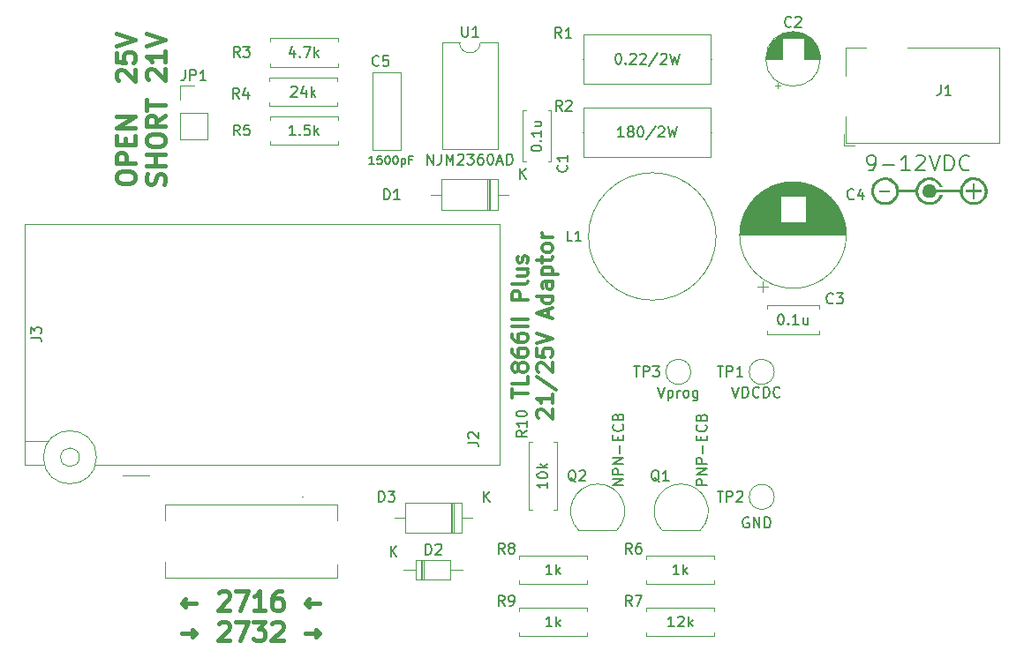
<source format=gbr>
%TF.GenerationSoftware,KiCad,Pcbnew,(6.0.4)*%
%TF.CreationDate,2022-04-20T16:37:51+09:00*%
%TF.ProjectId,KiCad,4b694361-642e-46b6-9963-61645f706362,rev?*%
%TF.SameCoordinates,Original*%
%TF.FileFunction,Legend,Top*%
%TF.FilePolarity,Positive*%
%FSLAX46Y46*%
G04 Gerber Fmt 4.6, Leading zero omitted, Abs format (unit mm)*
G04 Created by KiCad (PCBNEW (6.0.4)) date 2022-04-20 16:37:51*
%MOMM*%
%LPD*%
G01*
G04 APERTURE LIST*
%ADD10C,0.150000*%
%ADD11C,0.200000*%
%ADD12C,0.400000*%
%ADD13C,0.300000*%
%ADD14C,0.120000*%
%ADD15C,0.100000*%
G04 APERTURE END LIST*
D10*
X167000000Y-93452380D02*
X167333333Y-94452380D01*
X167666666Y-93452380D01*
X168000000Y-93785714D02*
X168000000Y-94785714D01*
X168000000Y-93833333D02*
X168095238Y-93785714D01*
X168285714Y-93785714D01*
X168380952Y-93833333D01*
X168428571Y-93880952D01*
X168476190Y-93976190D01*
X168476190Y-94261904D01*
X168428571Y-94357142D01*
X168380952Y-94404761D01*
X168285714Y-94452380D01*
X168095238Y-94452380D01*
X168000000Y-94404761D01*
X168904761Y-94452380D02*
X168904761Y-93785714D01*
X168904761Y-93976190D02*
X168952380Y-93880952D01*
X169000000Y-93833333D01*
X169095238Y-93785714D01*
X169190476Y-93785714D01*
X169666666Y-94452380D02*
X169571428Y-94404761D01*
X169523809Y-94357142D01*
X169476190Y-94261904D01*
X169476190Y-93976190D01*
X169523809Y-93880952D01*
X169571428Y-93833333D01*
X169666666Y-93785714D01*
X169809523Y-93785714D01*
X169904761Y-93833333D01*
X169952380Y-93880952D01*
X170000000Y-93976190D01*
X170000000Y-94261904D01*
X169952380Y-94357142D01*
X169904761Y-94404761D01*
X169809523Y-94452380D01*
X169666666Y-94452380D01*
X170857142Y-93785714D02*
X170857142Y-94595238D01*
X170809523Y-94690476D01*
X170761904Y-94738095D01*
X170666666Y-94785714D01*
X170523809Y-94785714D01*
X170428571Y-94738095D01*
X170857142Y-94404761D02*
X170761904Y-94452380D01*
X170571428Y-94452380D01*
X170476190Y-94404761D01*
X170428571Y-94357142D01*
X170380952Y-94261904D01*
X170380952Y-93976190D01*
X170428571Y-93880952D01*
X170476190Y-93833333D01*
X170571428Y-93785714D01*
X170761904Y-93785714D01*
X170857142Y-93833333D01*
X175738095Y-106000000D02*
X175642857Y-105952380D01*
X175500000Y-105952380D01*
X175357142Y-106000000D01*
X175261904Y-106095238D01*
X175214285Y-106190476D01*
X175166666Y-106380952D01*
X175166666Y-106523809D01*
X175214285Y-106714285D01*
X175261904Y-106809523D01*
X175357142Y-106904761D01*
X175500000Y-106952380D01*
X175595238Y-106952380D01*
X175738095Y-106904761D01*
X175785714Y-106857142D01*
X175785714Y-106523809D01*
X175595238Y-106523809D01*
X176214285Y-106952380D02*
X176214285Y-105952380D01*
X176785714Y-106952380D01*
X176785714Y-105952380D01*
X177261904Y-106952380D02*
X177261904Y-105952380D01*
X177500000Y-105952380D01*
X177642857Y-106000000D01*
X177738095Y-106095238D01*
X177785714Y-106190476D01*
X177833333Y-106380952D01*
X177833333Y-106523809D01*
X177785714Y-106714285D01*
X177738095Y-106809523D01*
X177642857Y-106904761D01*
X177500000Y-106952380D01*
X177261904Y-106952380D01*
X174166666Y-93452380D02*
X174500000Y-94452380D01*
X174833333Y-93452380D01*
X175166666Y-94452380D02*
X175166666Y-93452380D01*
X175404761Y-93452380D01*
X175547619Y-93500000D01*
X175642857Y-93595238D01*
X175690476Y-93690476D01*
X175738095Y-93880952D01*
X175738095Y-94023809D01*
X175690476Y-94214285D01*
X175642857Y-94309523D01*
X175547619Y-94404761D01*
X175404761Y-94452380D01*
X175166666Y-94452380D01*
X176738095Y-94357142D02*
X176690476Y-94404761D01*
X176547619Y-94452380D01*
X176452380Y-94452380D01*
X176309523Y-94404761D01*
X176214285Y-94309523D01*
X176166666Y-94214285D01*
X176119047Y-94023809D01*
X176119047Y-93880952D01*
X176166666Y-93690476D01*
X176214285Y-93595238D01*
X176309523Y-93500000D01*
X176452380Y-93452380D01*
X176547619Y-93452380D01*
X176690476Y-93500000D01*
X176738095Y-93547619D01*
X177166666Y-94452380D02*
X177166666Y-93452380D01*
X177404761Y-93452380D01*
X177547619Y-93500000D01*
X177642857Y-93595238D01*
X177690476Y-93690476D01*
X177738095Y-93880952D01*
X177738095Y-94023809D01*
X177690476Y-94214285D01*
X177642857Y-94309523D01*
X177547619Y-94404761D01*
X177404761Y-94452380D01*
X177166666Y-94452380D01*
X178738095Y-94357142D02*
X178690476Y-94404761D01*
X178547619Y-94452380D01*
X178452380Y-94452380D01*
X178309523Y-94404761D01*
X178214285Y-94309523D01*
X178166666Y-94214285D01*
X178119047Y-94023809D01*
X178119047Y-93880952D01*
X178166666Y-93690476D01*
X178214285Y-93595238D01*
X178309523Y-93500000D01*
X178452380Y-93452380D01*
X178547619Y-93452380D01*
X178690476Y-93500000D01*
X178738095Y-93547619D01*
D11*
X187214285Y-72678571D02*
X187500000Y-72678571D01*
X187642857Y-72607142D01*
X187714285Y-72535714D01*
X187857142Y-72321428D01*
X187928571Y-72035714D01*
X187928571Y-71464285D01*
X187857142Y-71321428D01*
X187785714Y-71250000D01*
X187642857Y-71178571D01*
X187357142Y-71178571D01*
X187214285Y-71250000D01*
X187142857Y-71321428D01*
X187071428Y-71464285D01*
X187071428Y-71821428D01*
X187142857Y-71964285D01*
X187214285Y-72035714D01*
X187357142Y-72107142D01*
X187642857Y-72107142D01*
X187785714Y-72035714D01*
X187857142Y-71964285D01*
X187928571Y-71821428D01*
X188571428Y-72107142D02*
X189714285Y-72107142D01*
X191214285Y-72678571D02*
X190357142Y-72678571D01*
X190785714Y-72678571D02*
X190785714Y-71178571D01*
X190642857Y-71392857D01*
X190500000Y-71535714D01*
X190357142Y-71607142D01*
X191785714Y-71321428D02*
X191857142Y-71250000D01*
X192000000Y-71178571D01*
X192357142Y-71178571D01*
X192500000Y-71250000D01*
X192571428Y-71321428D01*
X192642857Y-71464285D01*
X192642857Y-71607142D01*
X192571428Y-71821428D01*
X191714285Y-72678571D01*
X192642857Y-72678571D01*
X193071428Y-71178571D02*
X193571428Y-72678571D01*
X194071428Y-71178571D01*
X194571428Y-72678571D02*
X194571428Y-71178571D01*
X194928571Y-71178571D01*
X195142857Y-71250000D01*
X195285714Y-71392857D01*
X195357142Y-71535714D01*
X195428571Y-71821428D01*
X195428571Y-72035714D01*
X195357142Y-72321428D01*
X195285714Y-72464285D01*
X195142857Y-72607142D01*
X194928571Y-72678571D01*
X194571428Y-72678571D01*
X196928571Y-72535714D02*
X196857142Y-72607142D01*
X196642857Y-72678571D01*
X196500000Y-72678571D01*
X196285714Y-72607142D01*
X196142857Y-72464285D01*
X196071428Y-72321428D01*
X196000000Y-72035714D01*
X196000000Y-71821428D01*
X196071428Y-71535714D01*
X196142857Y-71392857D01*
X196285714Y-71250000D01*
X196500000Y-71178571D01*
X196642857Y-71178571D01*
X196857142Y-71250000D01*
X196928571Y-71321428D01*
D12*
X115098785Y-73519714D02*
X115098785Y-73176857D01*
X115184500Y-73005428D01*
X115355928Y-72834000D01*
X115698785Y-72748285D01*
X116298785Y-72748285D01*
X116641642Y-72834000D01*
X116813071Y-73005428D01*
X116898785Y-73176857D01*
X116898785Y-73519714D01*
X116813071Y-73691142D01*
X116641642Y-73862571D01*
X116298785Y-73948285D01*
X115698785Y-73948285D01*
X115355928Y-73862571D01*
X115184500Y-73691142D01*
X115098785Y-73519714D01*
X116898785Y-71976857D02*
X115098785Y-71976857D01*
X115098785Y-71291142D01*
X115184500Y-71119714D01*
X115270214Y-71034000D01*
X115441642Y-70948285D01*
X115698785Y-70948285D01*
X115870214Y-71034000D01*
X115955928Y-71119714D01*
X116041642Y-71291142D01*
X116041642Y-71976857D01*
X115955928Y-70176857D02*
X115955928Y-69576857D01*
X116898785Y-69319714D02*
X116898785Y-70176857D01*
X115098785Y-70176857D01*
X115098785Y-69319714D01*
X116898785Y-68548285D02*
X115098785Y-68548285D01*
X116898785Y-67519714D01*
X115098785Y-67519714D01*
X115270214Y-64005428D02*
X115184500Y-63919714D01*
X115098785Y-63748285D01*
X115098785Y-63319714D01*
X115184500Y-63148285D01*
X115270214Y-63062571D01*
X115441642Y-62976857D01*
X115613071Y-62976857D01*
X115870214Y-63062571D01*
X116898785Y-64091142D01*
X116898785Y-62976857D01*
X115098785Y-61348285D02*
X115098785Y-62205428D01*
X115955928Y-62291142D01*
X115870214Y-62205428D01*
X115784500Y-62034000D01*
X115784500Y-61605428D01*
X115870214Y-61434000D01*
X115955928Y-61348285D01*
X116127357Y-61262571D01*
X116555928Y-61262571D01*
X116727357Y-61348285D01*
X116813071Y-61434000D01*
X116898785Y-61605428D01*
X116898785Y-62034000D01*
X116813071Y-62205428D01*
X116727357Y-62291142D01*
X115098785Y-60748285D02*
X116898785Y-60148285D01*
X115098785Y-59548285D01*
X119711071Y-73991142D02*
X119796785Y-73734000D01*
X119796785Y-73305428D01*
X119711071Y-73134000D01*
X119625357Y-73048285D01*
X119453928Y-72962571D01*
X119282500Y-72962571D01*
X119111071Y-73048285D01*
X119025357Y-73134000D01*
X118939642Y-73305428D01*
X118853928Y-73648285D01*
X118768214Y-73819714D01*
X118682500Y-73905428D01*
X118511071Y-73991142D01*
X118339642Y-73991142D01*
X118168214Y-73905428D01*
X118082500Y-73819714D01*
X117996785Y-73648285D01*
X117996785Y-73219714D01*
X118082500Y-72962571D01*
X119796785Y-72191142D02*
X117996785Y-72191142D01*
X118853928Y-72191142D02*
X118853928Y-71162571D01*
X119796785Y-71162571D02*
X117996785Y-71162571D01*
X117996785Y-69962571D02*
X117996785Y-69619714D01*
X118082500Y-69448285D01*
X118253928Y-69276857D01*
X118596785Y-69191142D01*
X119196785Y-69191142D01*
X119539642Y-69276857D01*
X119711071Y-69448285D01*
X119796785Y-69619714D01*
X119796785Y-69962571D01*
X119711071Y-70134000D01*
X119539642Y-70305428D01*
X119196785Y-70391142D01*
X118596785Y-70391142D01*
X118253928Y-70305428D01*
X118082500Y-70134000D01*
X117996785Y-69962571D01*
X119796785Y-67391142D02*
X118939642Y-67991142D01*
X119796785Y-68419714D02*
X117996785Y-68419714D01*
X117996785Y-67734000D01*
X118082500Y-67562571D01*
X118168214Y-67476857D01*
X118339642Y-67391142D01*
X118596785Y-67391142D01*
X118768214Y-67476857D01*
X118853928Y-67562571D01*
X118939642Y-67734000D01*
X118939642Y-68419714D01*
X117996785Y-66876857D02*
X117996785Y-65848285D01*
X119796785Y-66362571D02*
X117996785Y-66362571D01*
X118168214Y-63962571D02*
X118082500Y-63876857D01*
X117996785Y-63705428D01*
X117996785Y-63276857D01*
X118082500Y-63105428D01*
X118168214Y-63019714D01*
X118339642Y-62934000D01*
X118511071Y-62934000D01*
X118768214Y-63019714D01*
X119796785Y-64048285D01*
X119796785Y-62934000D01*
X119796785Y-61219714D02*
X119796785Y-62248285D01*
X119796785Y-61734000D02*
X117996785Y-61734000D01*
X118253928Y-61905428D01*
X118425357Y-62076857D01*
X118511071Y-62248285D01*
X117996785Y-60705428D02*
X119796785Y-60105428D01*
X117996785Y-59505428D01*
X122771428Y-114179571D02*
X121400000Y-114179571D01*
X121742857Y-114522428D02*
X121400000Y-114179571D01*
X121742857Y-113836714D01*
X124914285Y-113236714D02*
X125000000Y-113151000D01*
X125171428Y-113065285D01*
X125600000Y-113065285D01*
X125771428Y-113151000D01*
X125857142Y-113236714D01*
X125942857Y-113408142D01*
X125942857Y-113579571D01*
X125857142Y-113836714D01*
X124828571Y-114865285D01*
X125942857Y-114865285D01*
X126542857Y-113065285D02*
X127742857Y-113065285D01*
X126971428Y-114865285D01*
X129371428Y-114865285D02*
X128342857Y-114865285D01*
X128857142Y-114865285D02*
X128857142Y-113065285D01*
X128685714Y-113322428D01*
X128514285Y-113493857D01*
X128342857Y-113579571D01*
X130914285Y-113065285D02*
X130571428Y-113065285D01*
X130400000Y-113151000D01*
X130314285Y-113236714D01*
X130142857Y-113493857D01*
X130057142Y-113836714D01*
X130057142Y-114522428D01*
X130142857Y-114693857D01*
X130228571Y-114779571D01*
X130400000Y-114865285D01*
X130742857Y-114865285D01*
X130914285Y-114779571D01*
X131000000Y-114693857D01*
X131085714Y-114522428D01*
X131085714Y-114093857D01*
X131000000Y-113922428D01*
X130914285Y-113836714D01*
X130742857Y-113751000D01*
X130400000Y-113751000D01*
X130228571Y-113836714D01*
X130142857Y-113922428D01*
X130057142Y-114093857D01*
X134600000Y-114179571D02*
X133228571Y-114179571D01*
X133571428Y-114522428D02*
X133228571Y-114179571D01*
X133571428Y-113836714D01*
X121400000Y-117077571D02*
X122771428Y-117077571D01*
X122428571Y-117420428D02*
X122771428Y-117077571D01*
X122428571Y-116734714D01*
X124914285Y-116134714D02*
X125000000Y-116049000D01*
X125171428Y-115963285D01*
X125600000Y-115963285D01*
X125771428Y-116049000D01*
X125857142Y-116134714D01*
X125942857Y-116306142D01*
X125942857Y-116477571D01*
X125857142Y-116734714D01*
X124828571Y-117763285D01*
X125942857Y-117763285D01*
X126542857Y-115963285D02*
X127742857Y-115963285D01*
X126971428Y-117763285D01*
X128257142Y-115963285D02*
X129371428Y-115963285D01*
X128771428Y-116649000D01*
X129028571Y-116649000D01*
X129200000Y-116734714D01*
X129285714Y-116820428D01*
X129371428Y-116991857D01*
X129371428Y-117420428D01*
X129285714Y-117591857D01*
X129200000Y-117677571D01*
X129028571Y-117763285D01*
X128514285Y-117763285D01*
X128342857Y-117677571D01*
X128257142Y-117591857D01*
X130057142Y-116134714D02*
X130142857Y-116049000D01*
X130314285Y-115963285D01*
X130742857Y-115963285D01*
X130914285Y-116049000D01*
X131000000Y-116134714D01*
X131085714Y-116306142D01*
X131085714Y-116477571D01*
X131000000Y-116734714D01*
X129971428Y-117763285D01*
X131085714Y-117763285D01*
X133228571Y-117077571D02*
X134600000Y-117077571D01*
X134257142Y-117420428D02*
X134600000Y-117077571D01*
X134257142Y-116734714D01*
D13*
X153038071Y-94497457D02*
X153038071Y-93640314D01*
X154538071Y-94068885D02*
X153038071Y-94068885D01*
X154538071Y-92426028D02*
X154538071Y-93140314D01*
X153038071Y-93140314D01*
X153680928Y-91711742D02*
X153609500Y-91854600D01*
X153538071Y-91926028D01*
X153395214Y-91997457D01*
X153323785Y-91997457D01*
X153180928Y-91926028D01*
X153109500Y-91854600D01*
X153038071Y-91711742D01*
X153038071Y-91426028D01*
X153109500Y-91283171D01*
X153180928Y-91211742D01*
X153323785Y-91140314D01*
X153395214Y-91140314D01*
X153538071Y-91211742D01*
X153609500Y-91283171D01*
X153680928Y-91426028D01*
X153680928Y-91711742D01*
X153752357Y-91854600D01*
X153823785Y-91926028D01*
X153966642Y-91997457D01*
X154252357Y-91997457D01*
X154395214Y-91926028D01*
X154466642Y-91854600D01*
X154538071Y-91711742D01*
X154538071Y-91426028D01*
X154466642Y-91283171D01*
X154395214Y-91211742D01*
X154252357Y-91140314D01*
X153966642Y-91140314D01*
X153823785Y-91211742D01*
X153752357Y-91283171D01*
X153680928Y-91426028D01*
X153038071Y-89854600D02*
X153038071Y-90140314D01*
X153109500Y-90283171D01*
X153180928Y-90354600D01*
X153395214Y-90497457D01*
X153680928Y-90568885D01*
X154252357Y-90568885D01*
X154395214Y-90497457D01*
X154466642Y-90426028D01*
X154538071Y-90283171D01*
X154538071Y-89997457D01*
X154466642Y-89854600D01*
X154395214Y-89783171D01*
X154252357Y-89711742D01*
X153895214Y-89711742D01*
X153752357Y-89783171D01*
X153680928Y-89854600D01*
X153609500Y-89997457D01*
X153609500Y-90283171D01*
X153680928Y-90426028D01*
X153752357Y-90497457D01*
X153895214Y-90568885D01*
X153038071Y-88426028D02*
X153038071Y-88711742D01*
X153109500Y-88854600D01*
X153180928Y-88926028D01*
X153395214Y-89068885D01*
X153680928Y-89140314D01*
X154252357Y-89140314D01*
X154395214Y-89068885D01*
X154466642Y-88997457D01*
X154538071Y-88854600D01*
X154538071Y-88568885D01*
X154466642Y-88426028D01*
X154395214Y-88354600D01*
X154252357Y-88283171D01*
X153895214Y-88283171D01*
X153752357Y-88354600D01*
X153680928Y-88426028D01*
X153609500Y-88568885D01*
X153609500Y-88854600D01*
X153680928Y-88997457D01*
X153752357Y-89068885D01*
X153895214Y-89140314D01*
X154538071Y-87640314D02*
X153038071Y-87640314D01*
X154538071Y-86926028D02*
X153038071Y-86926028D01*
X154538071Y-85068885D02*
X153038071Y-85068885D01*
X153038071Y-84497457D01*
X153109500Y-84354600D01*
X153180928Y-84283171D01*
X153323785Y-84211742D01*
X153538071Y-84211742D01*
X153680928Y-84283171D01*
X153752357Y-84354600D01*
X153823785Y-84497457D01*
X153823785Y-85068885D01*
X154538071Y-83354600D02*
X154466642Y-83497457D01*
X154323785Y-83568885D01*
X153038071Y-83568885D01*
X153538071Y-82140314D02*
X154538071Y-82140314D01*
X153538071Y-82783171D02*
X154323785Y-82783171D01*
X154466642Y-82711742D01*
X154538071Y-82568885D01*
X154538071Y-82354600D01*
X154466642Y-82211742D01*
X154395214Y-82140314D01*
X154466642Y-81497457D02*
X154538071Y-81354600D01*
X154538071Y-81068885D01*
X154466642Y-80926028D01*
X154323785Y-80854600D01*
X154252357Y-80854600D01*
X154109500Y-80926028D01*
X154038071Y-81068885D01*
X154038071Y-81283171D01*
X153966642Y-81426028D01*
X153823785Y-81497457D01*
X153752357Y-81497457D01*
X153609500Y-81426028D01*
X153538071Y-81283171D01*
X153538071Y-81068885D01*
X153609500Y-80926028D01*
X155595928Y-96426028D02*
X155524500Y-96354600D01*
X155453071Y-96211742D01*
X155453071Y-95854600D01*
X155524500Y-95711742D01*
X155595928Y-95640314D01*
X155738785Y-95568885D01*
X155881642Y-95568885D01*
X156095928Y-95640314D01*
X156953071Y-96497457D01*
X156953071Y-95568885D01*
X156953071Y-94140314D02*
X156953071Y-94997457D01*
X156953071Y-94568885D02*
X155453071Y-94568885D01*
X155667357Y-94711742D01*
X155810214Y-94854600D01*
X155881642Y-94997457D01*
X155381642Y-92426028D02*
X157310214Y-93711742D01*
X155595928Y-91997457D02*
X155524500Y-91926028D01*
X155453071Y-91783171D01*
X155453071Y-91426028D01*
X155524500Y-91283171D01*
X155595928Y-91211742D01*
X155738785Y-91140314D01*
X155881642Y-91140314D01*
X156095928Y-91211742D01*
X156953071Y-92068885D01*
X156953071Y-91140314D01*
X155453071Y-89783171D02*
X155453071Y-90497457D01*
X156167357Y-90568885D01*
X156095928Y-90497457D01*
X156024500Y-90354600D01*
X156024500Y-89997457D01*
X156095928Y-89854600D01*
X156167357Y-89783171D01*
X156310214Y-89711742D01*
X156667357Y-89711742D01*
X156810214Y-89783171D01*
X156881642Y-89854600D01*
X156953071Y-89997457D01*
X156953071Y-90354600D01*
X156881642Y-90497457D01*
X156810214Y-90568885D01*
X155453071Y-89283171D02*
X156953071Y-88783171D01*
X155453071Y-88283171D01*
X156524500Y-86711742D02*
X156524500Y-85997457D01*
X156953071Y-86854600D02*
X155453071Y-86354600D01*
X156953071Y-85854600D01*
X156953071Y-84711742D02*
X155453071Y-84711742D01*
X156881642Y-84711742D02*
X156953071Y-84854600D01*
X156953071Y-85140314D01*
X156881642Y-85283171D01*
X156810214Y-85354600D01*
X156667357Y-85426028D01*
X156238785Y-85426028D01*
X156095928Y-85354600D01*
X156024500Y-85283171D01*
X155953071Y-85140314D01*
X155953071Y-84854600D01*
X156024500Y-84711742D01*
X156953071Y-83354600D02*
X156167357Y-83354600D01*
X156024500Y-83426028D01*
X155953071Y-83568885D01*
X155953071Y-83854600D01*
X156024500Y-83997457D01*
X156881642Y-83354600D02*
X156953071Y-83497457D01*
X156953071Y-83854600D01*
X156881642Y-83997457D01*
X156738785Y-84068885D01*
X156595928Y-84068885D01*
X156453071Y-83997457D01*
X156381642Y-83854600D01*
X156381642Y-83497457D01*
X156310214Y-83354600D01*
X155953071Y-82640314D02*
X157453071Y-82640314D01*
X156024500Y-82640314D02*
X155953071Y-82497457D01*
X155953071Y-82211742D01*
X156024500Y-82068885D01*
X156095928Y-81997457D01*
X156238785Y-81926028D01*
X156667357Y-81926028D01*
X156810214Y-81997457D01*
X156881642Y-82068885D01*
X156953071Y-82211742D01*
X156953071Y-82497457D01*
X156881642Y-82640314D01*
X155953071Y-81497457D02*
X155953071Y-80926028D01*
X155453071Y-81283171D02*
X156738785Y-81283171D01*
X156881642Y-81211742D01*
X156953071Y-81068885D01*
X156953071Y-80926028D01*
X156953071Y-80211742D02*
X156881642Y-80354600D01*
X156810214Y-80426028D01*
X156667357Y-80497457D01*
X156238785Y-80497457D01*
X156095928Y-80426028D01*
X156024500Y-80354600D01*
X155953071Y-80211742D01*
X155953071Y-79997457D01*
X156024500Y-79854600D01*
X156095928Y-79783171D01*
X156238785Y-79711742D01*
X156667357Y-79711742D01*
X156810214Y-79783171D01*
X156881642Y-79854600D01*
X156953071Y-79997457D01*
X156953071Y-80211742D01*
X156953071Y-79068885D02*
X155953071Y-79068885D01*
X156238785Y-79068885D02*
X156095928Y-78997457D01*
X156024500Y-78926028D01*
X155953071Y-78783171D01*
X155953071Y-78640314D01*
D10*
%TO.C,C2*%
X179833333Y-58812255D02*
X179785714Y-58859874D01*
X179642857Y-58907493D01*
X179547619Y-58907493D01*
X179404761Y-58859874D01*
X179309523Y-58764636D01*
X179261904Y-58669398D01*
X179214285Y-58478922D01*
X179214285Y-58336065D01*
X179261904Y-58145589D01*
X179309523Y-58050351D01*
X179404761Y-57955113D01*
X179547619Y-57907493D01*
X179642857Y-57907493D01*
X179785714Y-57955113D01*
X179833333Y-58002732D01*
X180214285Y-58002732D02*
X180261904Y-57955113D01*
X180357142Y-57907493D01*
X180595238Y-57907493D01*
X180690476Y-57955113D01*
X180738095Y-58002732D01*
X180785714Y-58097970D01*
X180785714Y-58193208D01*
X180738095Y-58336065D01*
X180166666Y-58907493D01*
X180785714Y-58907493D01*
%TO.C,R7*%
X164533333Y-114452380D02*
X164200000Y-113976190D01*
X163961904Y-114452380D02*
X163961904Y-113452380D01*
X164342857Y-113452380D01*
X164438095Y-113500000D01*
X164485714Y-113547619D01*
X164533333Y-113642857D01*
X164533333Y-113785714D01*
X164485714Y-113880952D01*
X164438095Y-113928571D01*
X164342857Y-113976190D01*
X163961904Y-113976190D01*
X164866666Y-113452380D02*
X165533333Y-113452380D01*
X165104761Y-114452380D01*
X168604761Y-116452380D02*
X168033333Y-116452380D01*
X168319047Y-116452380D02*
X168319047Y-115452380D01*
X168223809Y-115595238D01*
X168128571Y-115690476D01*
X168033333Y-115738095D01*
X168985714Y-115547619D02*
X169033333Y-115500000D01*
X169128571Y-115452380D01*
X169366666Y-115452380D01*
X169461904Y-115500000D01*
X169509523Y-115547619D01*
X169557142Y-115642857D01*
X169557142Y-115738095D01*
X169509523Y-115880952D01*
X168938095Y-116452380D01*
X169557142Y-116452380D01*
X169985714Y-116452380D02*
X169985714Y-115452380D01*
X170080952Y-116071428D02*
X170366666Y-116452380D01*
X170366666Y-115785714D02*
X169985714Y-116166666D01*
%TO.C,R1*%
X157793333Y-59952380D02*
X157460000Y-59476190D01*
X157221904Y-59952380D02*
X157221904Y-58952380D01*
X157602857Y-58952380D01*
X157698095Y-59000000D01*
X157745714Y-59047619D01*
X157793333Y-59142857D01*
X157793333Y-59285714D01*
X157745714Y-59380952D01*
X157698095Y-59428571D01*
X157602857Y-59476190D01*
X157221904Y-59476190D01*
X158745714Y-59952380D02*
X158174285Y-59952380D01*
X158460000Y-59952380D02*
X158460000Y-58952380D01*
X158364761Y-59095238D01*
X158269523Y-59190476D01*
X158174285Y-59238095D01*
X163190476Y-61452380D02*
X163285714Y-61452380D01*
X163380952Y-61500000D01*
X163428571Y-61547619D01*
X163476190Y-61642857D01*
X163523809Y-61833333D01*
X163523809Y-62071428D01*
X163476190Y-62261904D01*
X163428571Y-62357142D01*
X163380952Y-62404761D01*
X163285714Y-62452380D01*
X163190476Y-62452380D01*
X163095238Y-62404761D01*
X163047619Y-62357142D01*
X163000000Y-62261904D01*
X162952380Y-62071428D01*
X162952380Y-61833333D01*
X163000000Y-61642857D01*
X163047619Y-61547619D01*
X163095238Y-61500000D01*
X163190476Y-61452380D01*
X163952380Y-62357142D02*
X164000000Y-62404761D01*
X163952380Y-62452380D01*
X163904761Y-62404761D01*
X163952380Y-62357142D01*
X163952380Y-62452380D01*
X164380952Y-61547619D02*
X164428571Y-61500000D01*
X164523809Y-61452380D01*
X164761904Y-61452380D01*
X164857142Y-61500000D01*
X164904761Y-61547619D01*
X164952380Y-61642857D01*
X164952380Y-61738095D01*
X164904761Y-61880952D01*
X164333333Y-62452380D01*
X164952380Y-62452380D01*
X165333333Y-61547619D02*
X165380952Y-61500000D01*
X165476190Y-61452380D01*
X165714285Y-61452380D01*
X165809523Y-61500000D01*
X165857142Y-61547619D01*
X165904761Y-61642857D01*
X165904761Y-61738095D01*
X165857142Y-61880952D01*
X165285714Y-62452380D01*
X165904761Y-62452380D01*
X167047619Y-61404761D02*
X166190476Y-62690476D01*
X167333333Y-61547619D02*
X167380952Y-61500000D01*
X167476190Y-61452380D01*
X167714285Y-61452380D01*
X167809523Y-61500000D01*
X167857142Y-61547619D01*
X167904761Y-61642857D01*
X167904761Y-61738095D01*
X167857142Y-61880952D01*
X167285714Y-62452380D01*
X167904761Y-62452380D01*
X168238095Y-61452380D02*
X168476190Y-62452380D01*
X168666666Y-61738095D01*
X168857142Y-62452380D01*
X169095238Y-61452380D01*
%TO.C,C4*%
X185833333Y-75357142D02*
X185785714Y-75404761D01*
X185642857Y-75452380D01*
X185547619Y-75452380D01*
X185404761Y-75404761D01*
X185309523Y-75309523D01*
X185261904Y-75214285D01*
X185214285Y-75023809D01*
X185214285Y-74880952D01*
X185261904Y-74690476D01*
X185309523Y-74595238D01*
X185404761Y-74500000D01*
X185547619Y-74452380D01*
X185642857Y-74452380D01*
X185785714Y-74500000D01*
X185833333Y-74547619D01*
X186690476Y-74785714D02*
X186690476Y-75452380D01*
X186452380Y-74404761D02*
X186214285Y-75119047D01*
X186833333Y-75119047D01*
%TO.C,Q2*%
X159174761Y-102547619D02*
X159079523Y-102500000D01*
X158984285Y-102404761D01*
X158841428Y-102261904D01*
X158746190Y-102214285D01*
X158650952Y-102214285D01*
X158698571Y-102452380D02*
X158603333Y-102404761D01*
X158508095Y-102309523D01*
X158460476Y-102119047D01*
X158460476Y-101785714D01*
X158508095Y-101595238D01*
X158603333Y-101500000D01*
X158698571Y-101452380D01*
X158889047Y-101452380D01*
X158984285Y-101500000D01*
X159079523Y-101595238D01*
X159127142Y-101785714D01*
X159127142Y-102119047D01*
X159079523Y-102309523D01*
X158984285Y-102404761D01*
X158889047Y-102452380D01*
X158698571Y-102452380D01*
X159508095Y-101547619D02*
X159555714Y-101500000D01*
X159650952Y-101452380D01*
X159889047Y-101452380D01*
X159984285Y-101500000D01*
X160031904Y-101547619D01*
X160079523Y-101642857D01*
X160079523Y-101738095D01*
X160031904Y-101880952D01*
X159460476Y-102452380D01*
X160079523Y-102452380D01*
X163722380Y-102880952D02*
X162722380Y-102880952D01*
X163722380Y-102309523D01*
X162722380Y-102309523D01*
X163722380Y-101833333D02*
X162722380Y-101833333D01*
X162722380Y-101452380D01*
X162770000Y-101357142D01*
X162817619Y-101309523D01*
X162912857Y-101261904D01*
X163055714Y-101261904D01*
X163150952Y-101309523D01*
X163198571Y-101357142D01*
X163246190Y-101452380D01*
X163246190Y-101833333D01*
X163722380Y-100833333D02*
X162722380Y-100833333D01*
X163722380Y-100261904D01*
X162722380Y-100261904D01*
X163341428Y-99785714D02*
X163341428Y-99023809D01*
X163198571Y-98547619D02*
X163198571Y-98214285D01*
X163722380Y-98071428D02*
X163722380Y-98547619D01*
X162722380Y-98547619D01*
X162722380Y-98071428D01*
X163627142Y-97071428D02*
X163674761Y-97119047D01*
X163722380Y-97261904D01*
X163722380Y-97357142D01*
X163674761Y-97500000D01*
X163579523Y-97595238D01*
X163484285Y-97642857D01*
X163293809Y-97690476D01*
X163150952Y-97690476D01*
X162960476Y-97642857D01*
X162865238Y-97595238D01*
X162770000Y-97500000D01*
X162722380Y-97357142D01*
X162722380Y-97261904D01*
X162770000Y-97119047D01*
X162817619Y-97071428D01*
X163198571Y-96309523D02*
X163246190Y-96166666D01*
X163293809Y-96119047D01*
X163389047Y-96071428D01*
X163531904Y-96071428D01*
X163627142Y-96119047D01*
X163674761Y-96166666D01*
X163722380Y-96261904D01*
X163722380Y-96642857D01*
X162722380Y-96642857D01*
X162722380Y-96309523D01*
X162770000Y-96214285D01*
X162817619Y-96166666D01*
X162912857Y-96119047D01*
X163008095Y-96119047D01*
X163103333Y-96166666D01*
X163150952Y-96214285D01*
X163198571Y-96309523D01*
X163198571Y-96642857D01*
%TO.C,C5*%
X140270833Y-62564642D02*
X140223214Y-62612261D01*
X140080357Y-62659880D01*
X139985119Y-62659880D01*
X139842261Y-62612261D01*
X139747023Y-62517023D01*
X139699404Y-62421785D01*
X139651785Y-62231309D01*
X139651785Y-62088452D01*
X139699404Y-61897976D01*
X139747023Y-61802738D01*
X139842261Y-61707500D01*
X139985119Y-61659880D01*
X140080357Y-61659880D01*
X140223214Y-61707500D01*
X140270833Y-61755119D01*
X141175595Y-61659880D02*
X140699404Y-61659880D01*
X140651785Y-62136071D01*
X140699404Y-62088452D01*
X140794642Y-62040833D01*
X141032738Y-62040833D01*
X141127976Y-62088452D01*
X141175595Y-62136071D01*
X141223214Y-62231309D01*
X141223214Y-62469404D01*
X141175595Y-62564642D01*
X141127976Y-62612261D01*
X141032738Y-62659880D01*
X140794642Y-62659880D01*
X140699404Y-62612261D01*
X140651785Y-62564642D01*
X139818452Y-72069404D02*
X139361309Y-72069404D01*
X139589880Y-72069404D02*
X139589880Y-71269404D01*
X139513690Y-71383690D01*
X139437500Y-71459880D01*
X139361309Y-71497976D01*
X140542261Y-71269404D02*
X140161309Y-71269404D01*
X140123214Y-71650357D01*
X140161309Y-71612261D01*
X140237500Y-71574166D01*
X140427976Y-71574166D01*
X140504166Y-71612261D01*
X140542261Y-71650357D01*
X140580357Y-71726547D01*
X140580357Y-71917023D01*
X140542261Y-71993214D01*
X140504166Y-72031309D01*
X140427976Y-72069404D01*
X140237500Y-72069404D01*
X140161309Y-72031309D01*
X140123214Y-71993214D01*
X141075595Y-71269404D02*
X141151785Y-71269404D01*
X141227976Y-71307500D01*
X141266071Y-71345595D01*
X141304166Y-71421785D01*
X141342261Y-71574166D01*
X141342261Y-71764642D01*
X141304166Y-71917023D01*
X141266071Y-71993214D01*
X141227976Y-72031309D01*
X141151785Y-72069404D01*
X141075595Y-72069404D01*
X140999404Y-72031309D01*
X140961309Y-71993214D01*
X140923214Y-71917023D01*
X140885119Y-71764642D01*
X140885119Y-71574166D01*
X140923214Y-71421785D01*
X140961309Y-71345595D01*
X140999404Y-71307500D01*
X141075595Y-71269404D01*
X141837500Y-71269404D02*
X141913690Y-71269404D01*
X141989880Y-71307500D01*
X142027976Y-71345595D01*
X142066071Y-71421785D01*
X142104166Y-71574166D01*
X142104166Y-71764642D01*
X142066071Y-71917023D01*
X142027976Y-71993214D01*
X141989880Y-72031309D01*
X141913690Y-72069404D01*
X141837500Y-72069404D01*
X141761309Y-72031309D01*
X141723214Y-71993214D01*
X141685119Y-71917023D01*
X141647023Y-71764642D01*
X141647023Y-71574166D01*
X141685119Y-71421785D01*
X141723214Y-71345595D01*
X141761309Y-71307500D01*
X141837500Y-71269404D01*
X142447023Y-71536071D02*
X142447023Y-72336071D01*
X142447023Y-71574166D02*
X142523214Y-71536071D01*
X142675595Y-71536071D01*
X142751785Y-71574166D01*
X142789880Y-71612261D01*
X142827976Y-71688452D01*
X142827976Y-71917023D01*
X142789880Y-71993214D01*
X142751785Y-72031309D01*
X142675595Y-72069404D01*
X142523214Y-72069404D01*
X142447023Y-72031309D01*
X143437500Y-71650357D02*
X143170833Y-71650357D01*
X143170833Y-72069404D02*
X143170833Y-71269404D01*
X143551785Y-71269404D01*
%TO.C,R6*%
X164523333Y-109452380D02*
X164190000Y-108976190D01*
X163951904Y-109452380D02*
X163951904Y-108452380D01*
X164332857Y-108452380D01*
X164428095Y-108500000D01*
X164475714Y-108547619D01*
X164523333Y-108642857D01*
X164523333Y-108785714D01*
X164475714Y-108880952D01*
X164428095Y-108928571D01*
X164332857Y-108976190D01*
X163951904Y-108976190D01*
X165380476Y-108452380D02*
X165190000Y-108452380D01*
X165094761Y-108500000D01*
X165047142Y-108547619D01*
X164951904Y-108690476D01*
X164904285Y-108880952D01*
X164904285Y-109261904D01*
X164951904Y-109357142D01*
X164999523Y-109404761D01*
X165094761Y-109452380D01*
X165285238Y-109452380D01*
X165380476Y-109404761D01*
X165428095Y-109357142D01*
X165475714Y-109261904D01*
X165475714Y-109023809D01*
X165428095Y-108928571D01*
X165380476Y-108880952D01*
X165285238Y-108833333D01*
X165094761Y-108833333D01*
X164999523Y-108880952D01*
X164951904Y-108928571D01*
X164904285Y-109023809D01*
X169070952Y-111452380D02*
X168499523Y-111452380D01*
X168785238Y-111452380D02*
X168785238Y-110452380D01*
X168690000Y-110595238D01*
X168594761Y-110690476D01*
X168499523Y-110738095D01*
X169499523Y-111452380D02*
X169499523Y-110452380D01*
X169594761Y-111071428D02*
X169880476Y-111452380D01*
X169880476Y-110785714D02*
X169499523Y-111166666D01*
%TO.C,C3*%
X183833333Y-85357142D02*
X183785714Y-85404761D01*
X183642857Y-85452380D01*
X183547619Y-85452380D01*
X183404761Y-85404761D01*
X183309523Y-85309523D01*
X183261904Y-85214285D01*
X183214285Y-85023809D01*
X183214285Y-84880952D01*
X183261904Y-84690476D01*
X183309523Y-84595238D01*
X183404761Y-84500000D01*
X183547619Y-84452380D01*
X183642857Y-84452380D01*
X183785714Y-84500000D01*
X183833333Y-84547619D01*
X184166666Y-84452380D02*
X184785714Y-84452380D01*
X184452380Y-84833333D01*
X184595238Y-84833333D01*
X184690476Y-84880952D01*
X184738095Y-84928571D01*
X184785714Y-85023809D01*
X184785714Y-85261904D01*
X184738095Y-85357142D01*
X184690476Y-85404761D01*
X184595238Y-85452380D01*
X184309523Y-85452380D01*
X184214285Y-85404761D01*
X184166666Y-85357142D01*
X178785714Y-86452380D02*
X178880952Y-86452380D01*
X178976190Y-86500000D01*
X179023809Y-86547619D01*
X179071428Y-86642857D01*
X179119047Y-86833333D01*
X179119047Y-87071428D01*
X179071428Y-87261904D01*
X179023809Y-87357142D01*
X178976190Y-87404761D01*
X178880952Y-87452380D01*
X178785714Y-87452380D01*
X178690476Y-87404761D01*
X178642857Y-87357142D01*
X178595238Y-87261904D01*
X178547619Y-87071428D01*
X178547619Y-86833333D01*
X178595238Y-86642857D01*
X178642857Y-86547619D01*
X178690476Y-86500000D01*
X178785714Y-86452380D01*
X179547619Y-87357142D02*
X179595238Y-87404761D01*
X179547619Y-87452380D01*
X179500000Y-87404761D01*
X179547619Y-87357142D01*
X179547619Y-87452380D01*
X180547619Y-87452380D02*
X179976190Y-87452380D01*
X180261904Y-87452380D02*
X180261904Y-86452380D01*
X180166666Y-86595238D01*
X180071428Y-86690476D01*
X179976190Y-86738095D01*
X181404761Y-86785714D02*
X181404761Y-87452380D01*
X180976190Y-86785714D02*
X180976190Y-87309523D01*
X181023809Y-87404761D01*
X181119047Y-87452380D01*
X181261904Y-87452380D01*
X181357142Y-87404761D01*
X181404761Y-87357142D01*
%TO.C,TP3*%
X164738095Y-91452380D02*
X165309523Y-91452380D01*
X165023809Y-92452380D02*
X165023809Y-91452380D01*
X165642857Y-92452380D02*
X165642857Y-91452380D01*
X166023809Y-91452380D01*
X166119047Y-91500000D01*
X166166666Y-91547619D01*
X166214285Y-91642857D01*
X166214285Y-91785714D01*
X166166666Y-91880952D01*
X166119047Y-91928571D01*
X166023809Y-91976190D01*
X165642857Y-91976190D01*
X166547619Y-91452380D02*
X167166666Y-91452380D01*
X166833333Y-91833333D01*
X166976190Y-91833333D01*
X167071428Y-91880952D01*
X167119047Y-91928571D01*
X167166666Y-92023809D01*
X167166666Y-92261904D01*
X167119047Y-92357142D01*
X167071428Y-92404761D01*
X166976190Y-92452380D01*
X166690476Y-92452380D01*
X166595238Y-92404761D01*
X166547619Y-92357142D01*
%TO.C,Q1*%
X167174761Y-102547619D02*
X167079523Y-102500000D01*
X166984285Y-102404761D01*
X166841428Y-102261904D01*
X166746190Y-102214285D01*
X166650952Y-102214285D01*
X166698571Y-102452380D02*
X166603333Y-102404761D01*
X166508095Y-102309523D01*
X166460476Y-102119047D01*
X166460476Y-101785714D01*
X166508095Y-101595238D01*
X166603333Y-101500000D01*
X166698571Y-101452380D01*
X166889047Y-101452380D01*
X166984285Y-101500000D01*
X167079523Y-101595238D01*
X167127142Y-101785714D01*
X167127142Y-102119047D01*
X167079523Y-102309523D01*
X166984285Y-102404761D01*
X166889047Y-102452380D01*
X166698571Y-102452380D01*
X168079523Y-102452380D02*
X167508095Y-102452380D01*
X167793809Y-102452380D02*
X167793809Y-101452380D01*
X167698571Y-101595238D01*
X167603333Y-101690476D01*
X167508095Y-101738095D01*
X171722380Y-102857142D02*
X170722380Y-102857142D01*
X170722380Y-102476190D01*
X170770000Y-102380952D01*
X170817619Y-102333333D01*
X170912857Y-102285714D01*
X171055714Y-102285714D01*
X171150952Y-102333333D01*
X171198571Y-102380952D01*
X171246190Y-102476190D01*
X171246190Y-102857142D01*
X171722380Y-101857142D02*
X170722380Y-101857142D01*
X171722380Y-101285714D01*
X170722380Y-101285714D01*
X171722380Y-100809523D02*
X170722380Y-100809523D01*
X170722380Y-100428571D01*
X170770000Y-100333333D01*
X170817619Y-100285714D01*
X170912857Y-100238095D01*
X171055714Y-100238095D01*
X171150952Y-100285714D01*
X171198571Y-100333333D01*
X171246190Y-100428571D01*
X171246190Y-100809523D01*
X171341428Y-99809523D02*
X171341428Y-99047619D01*
X171198571Y-98571428D02*
X171198571Y-98238095D01*
X171722380Y-98095238D02*
X171722380Y-98571428D01*
X170722380Y-98571428D01*
X170722380Y-98095238D01*
X171627142Y-97095238D02*
X171674761Y-97142857D01*
X171722380Y-97285714D01*
X171722380Y-97380952D01*
X171674761Y-97523809D01*
X171579523Y-97619047D01*
X171484285Y-97666666D01*
X171293809Y-97714285D01*
X171150952Y-97714285D01*
X170960476Y-97666666D01*
X170865238Y-97619047D01*
X170770000Y-97523809D01*
X170722380Y-97380952D01*
X170722380Y-97285714D01*
X170770000Y-97142857D01*
X170817619Y-97095238D01*
X171198571Y-96333333D02*
X171246190Y-96190476D01*
X171293809Y-96142857D01*
X171389047Y-96095238D01*
X171531904Y-96095238D01*
X171627142Y-96142857D01*
X171674761Y-96190476D01*
X171722380Y-96285714D01*
X171722380Y-96666666D01*
X170722380Y-96666666D01*
X170722380Y-96333333D01*
X170770000Y-96238095D01*
X170817619Y-96190476D01*
X170912857Y-96142857D01*
X171008095Y-96142857D01*
X171103333Y-96190476D01*
X171150952Y-96238095D01*
X171198571Y-96333333D01*
X171198571Y-96666666D01*
%TO.C,R8*%
X152333333Y-109452380D02*
X152000000Y-108976190D01*
X151761904Y-109452380D02*
X151761904Y-108452380D01*
X152142857Y-108452380D01*
X152238095Y-108500000D01*
X152285714Y-108547619D01*
X152333333Y-108642857D01*
X152333333Y-108785714D01*
X152285714Y-108880952D01*
X152238095Y-108928571D01*
X152142857Y-108976190D01*
X151761904Y-108976190D01*
X152904761Y-108880952D02*
X152809523Y-108833333D01*
X152761904Y-108785714D01*
X152714285Y-108690476D01*
X152714285Y-108642857D01*
X152761904Y-108547619D01*
X152809523Y-108500000D01*
X152904761Y-108452380D01*
X153095238Y-108452380D01*
X153190476Y-108500000D01*
X153238095Y-108547619D01*
X153285714Y-108642857D01*
X153285714Y-108690476D01*
X153238095Y-108785714D01*
X153190476Y-108833333D01*
X153095238Y-108880952D01*
X152904761Y-108880952D01*
X152809523Y-108928571D01*
X152761904Y-108976190D01*
X152714285Y-109071428D01*
X152714285Y-109261904D01*
X152761904Y-109357142D01*
X152809523Y-109404761D01*
X152904761Y-109452380D01*
X153095238Y-109452380D01*
X153190476Y-109404761D01*
X153238095Y-109357142D01*
X153285714Y-109261904D01*
X153285714Y-109071428D01*
X153238095Y-108976190D01*
X153190476Y-108928571D01*
X153095238Y-108880952D01*
X156880952Y-111452380D02*
X156309523Y-111452380D01*
X156595238Y-111452380D02*
X156595238Y-110452380D01*
X156500000Y-110595238D01*
X156404761Y-110690476D01*
X156309523Y-110738095D01*
X157309523Y-111452380D02*
X157309523Y-110452380D01*
X157404761Y-111071428D02*
X157690476Y-111452380D01*
X157690476Y-110785714D02*
X157309523Y-111166666D01*
%TO.C,R3*%
X126929333Y-61786380D02*
X126596000Y-61310190D01*
X126357904Y-61786380D02*
X126357904Y-60786380D01*
X126738857Y-60786380D01*
X126834095Y-60834000D01*
X126881714Y-60881619D01*
X126929333Y-60976857D01*
X126929333Y-61119714D01*
X126881714Y-61214952D01*
X126834095Y-61262571D01*
X126738857Y-61310190D01*
X126357904Y-61310190D01*
X127262666Y-60786380D02*
X127881714Y-60786380D01*
X127548380Y-61167333D01*
X127691238Y-61167333D01*
X127786476Y-61214952D01*
X127834095Y-61262571D01*
X127881714Y-61357809D01*
X127881714Y-61595904D01*
X127834095Y-61691142D01*
X127786476Y-61738761D01*
X127691238Y-61786380D01*
X127405523Y-61786380D01*
X127310285Y-61738761D01*
X127262666Y-61691142D01*
X132167428Y-61119714D02*
X132167428Y-61786380D01*
X131929333Y-60738761D02*
X131691238Y-61453047D01*
X132310285Y-61453047D01*
X132691238Y-61691142D02*
X132738857Y-61738761D01*
X132691238Y-61786380D01*
X132643619Y-61738761D01*
X132691238Y-61691142D01*
X132691238Y-61786380D01*
X133072190Y-60786380D02*
X133738857Y-60786380D01*
X133310285Y-61786380D01*
X134119809Y-61786380D02*
X134119809Y-60786380D01*
X134215047Y-61405428D02*
X134500761Y-61786380D01*
X134500761Y-61119714D02*
X134119809Y-61500666D01*
%TO.C,D1*%
X140761904Y-75452380D02*
X140761904Y-74452380D01*
X141000000Y-74452380D01*
X141142857Y-74500000D01*
X141238095Y-74595238D01*
X141285714Y-74690476D01*
X141333333Y-74880952D01*
X141333333Y-75023809D01*
X141285714Y-75214285D01*
X141238095Y-75309523D01*
X141142857Y-75404761D01*
X141000000Y-75452380D01*
X140761904Y-75452380D01*
X142285714Y-75452380D02*
X141714285Y-75452380D01*
X142000000Y-75452380D02*
X142000000Y-74452380D01*
X141904761Y-74595238D01*
X141809523Y-74690476D01*
X141714285Y-74738095D01*
X153818095Y-73452380D02*
X153818095Y-72452380D01*
X154389523Y-73452380D02*
X153960952Y-72880952D01*
X154389523Y-72452380D02*
X153818095Y-73023809D01*
%TO.C,R5*%
X126929333Y-69286380D02*
X126596000Y-68810190D01*
X126357904Y-69286380D02*
X126357904Y-68286380D01*
X126738857Y-68286380D01*
X126834095Y-68334000D01*
X126881714Y-68381619D01*
X126929333Y-68476857D01*
X126929333Y-68619714D01*
X126881714Y-68714952D01*
X126834095Y-68762571D01*
X126738857Y-68810190D01*
X126357904Y-68810190D01*
X127834095Y-68286380D02*
X127357904Y-68286380D01*
X127310285Y-68762571D01*
X127357904Y-68714952D01*
X127453142Y-68667333D01*
X127691238Y-68667333D01*
X127786476Y-68714952D01*
X127834095Y-68762571D01*
X127881714Y-68857809D01*
X127881714Y-69095904D01*
X127834095Y-69191142D01*
X127786476Y-69238761D01*
X127691238Y-69286380D01*
X127453142Y-69286380D01*
X127357904Y-69238761D01*
X127310285Y-69191142D01*
X132262666Y-69286380D02*
X131691238Y-69286380D01*
X131976952Y-69286380D02*
X131976952Y-68286380D01*
X131881714Y-68429238D01*
X131786476Y-68524476D01*
X131691238Y-68572095D01*
X132691238Y-69191142D02*
X132738857Y-69238761D01*
X132691238Y-69286380D01*
X132643619Y-69238761D01*
X132691238Y-69191142D01*
X132691238Y-69286380D01*
X133643619Y-68286380D02*
X133167428Y-68286380D01*
X133119809Y-68762571D01*
X133167428Y-68714952D01*
X133262666Y-68667333D01*
X133500761Y-68667333D01*
X133596000Y-68714952D01*
X133643619Y-68762571D01*
X133691238Y-68857809D01*
X133691238Y-69095904D01*
X133643619Y-69191142D01*
X133596000Y-69238761D01*
X133500761Y-69286380D01*
X133262666Y-69286380D01*
X133167428Y-69238761D01*
X133119809Y-69191142D01*
X134119809Y-69286380D02*
X134119809Y-68286380D01*
X134215047Y-68905428D02*
X134500761Y-69286380D01*
X134500761Y-68619714D02*
X134119809Y-69000666D01*
%TO.C,R10*%
X154452380Y-97642857D02*
X153976190Y-97976190D01*
X154452380Y-98214285D02*
X153452380Y-98214285D01*
X153452380Y-97833333D01*
X153500000Y-97738095D01*
X153547619Y-97690476D01*
X153642857Y-97642857D01*
X153785714Y-97642857D01*
X153880952Y-97690476D01*
X153928571Y-97738095D01*
X153976190Y-97833333D01*
X153976190Y-98214285D01*
X154452380Y-96690476D02*
X154452380Y-97261904D01*
X154452380Y-96976190D02*
X153452380Y-96976190D01*
X153595238Y-97071428D01*
X153690476Y-97166666D01*
X153738095Y-97261904D01*
X153452380Y-96071428D02*
X153452380Y-95976190D01*
X153500000Y-95880952D01*
X153547619Y-95833333D01*
X153642857Y-95785714D01*
X153833333Y-95738095D01*
X154071428Y-95738095D01*
X154261904Y-95785714D01*
X154357142Y-95833333D01*
X154404761Y-95880952D01*
X154452380Y-95976190D01*
X154452380Y-96071428D01*
X154404761Y-96166666D01*
X154357142Y-96214285D01*
X154261904Y-96261904D01*
X154071428Y-96309523D01*
X153833333Y-96309523D01*
X153642857Y-96261904D01*
X153547619Y-96214285D01*
X153500000Y-96166666D01*
X153452380Y-96071428D01*
X156452380Y-102595238D02*
X156452380Y-103166666D01*
X156452380Y-102880952D02*
X155452380Y-102880952D01*
X155595238Y-102976190D01*
X155690476Y-103071428D01*
X155738095Y-103166666D01*
X155452380Y-101976190D02*
X155452380Y-101880952D01*
X155500000Y-101785714D01*
X155547619Y-101738095D01*
X155642857Y-101690476D01*
X155833333Y-101642857D01*
X156071428Y-101642857D01*
X156261904Y-101690476D01*
X156357142Y-101738095D01*
X156404761Y-101785714D01*
X156452380Y-101880952D01*
X156452380Y-101976190D01*
X156404761Y-102071428D01*
X156357142Y-102119047D01*
X156261904Y-102166666D01*
X156071428Y-102214285D01*
X155833333Y-102214285D01*
X155642857Y-102166666D01*
X155547619Y-102119047D01*
X155500000Y-102071428D01*
X155452380Y-101976190D01*
X156452380Y-101214285D02*
X155452380Y-101214285D01*
X156071428Y-101119047D02*
X156452380Y-100833333D01*
X155785714Y-100833333D02*
X156166666Y-101214285D01*
%TO.C,R2*%
X157833333Y-66952380D02*
X157500000Y-66476190D01*
X157261904Y-66952380D02*
X157261904Y-65952380D01*
X157642857Y-65952380D01*
X157738095Y-66000000D01*
X157785714Y-66047619D01*
X157833333Y-66142857D01*
X157833333Y-66285714D01*
X157785714Y-66380952D01*
X157738095Y-66428571D01*
X157642857Y-66476190D01*
X157261904Y-66476190D01*
X158214285Y-66047619D02*
X158261904Y-66000000D01*
X158357142Y-65952380D01*
X158595238Y-65952380D01*
X158690476Y-66000000D01*
X158738095Y-66047619D01*
X158785714Y-66142857D01*
X158785714Y-66238095D01*
X158738095Y-66380952D01*
X158166666Y-66952380D01*
X158785714Y-66952380D01*
X163761904Y-69452380D02*
X163190476Y-69452380D01*
X163476190Y-69452380D02*
X163476190Y-68452380D01*
X163380952Y-68595238D01*
X163285714Y-68690476D01*
X163190476Y-68738095D01*
X164333333Y-68880952D02*
X164238095Y-68833333D01*
X164190476Y-68785714D01*
X164142857Y-68690476D01*
X164142857Y-68642857D01*
X164190476Y-68547619D01*
X164238095Y-68500000D01*
X164333333Y-68452380D01*
X164523809Y-68452380D01*
X164619047Y-68500000D01*
X164666666Y-68547619D01*
X164714285Y-68642857D01*
X164714285Y-68690476D01*
X164666666Y-68785714D01*
X164619047Y-68833333D01*
X164523809Y-68880952D01*
X164333333Y-68880952D01*
X164238095Y-68928571D01*
X164190476Y-68976190D01*
X164142857Y-69071428D01*
X164142857Y-69261904D01*
X164190476Y-69357142D01*
X164238095Y-69404761D01*
X164333333Y-69452380D01*
X164523809Y-69452380D01*
X164619047Y-69404761D01*
X164666666Y-69357142D01*
X164714285Y-69261904D01*
X164714285Y-69071428D01*
X164666666Y-68976190D01*
X164619047Y-68928571D01*
X164523809Y-68880952D01*
X165333333Y-68452380D02*
X165428571Y-68452380D01*
X165523809Y-68500000D01*
X165571428Y-68547619D01*
X165619047Y-68642857D01*
X165666666Y-68833333D01*
X165666666Y-69071428D01*
X165619047Y-69261904D01*
X165571428Y-69357142D01*
X165523809Y-69404761D01*
X165428571Y-69452380D01*
X165333333Y-69452380D01*
X165238095Y-69404761D01*
X165190476Y-69357142D01*
X165142857Y-69261904D01*
X165095238Y-69071428D01*
X165095238Y-68833333D01*
X165142857Y-68642857D01*
X165190476Y-68547619D01*
X165238095Y-68500000D01*
X165333333Y-68452380D01*
X166809523Y-68404761D02*
X165952380Y-69690476D01*
X167095238Y-68547619D02*
X167142857Y-68500000D01*
X167238095Y-68452380D01*
X167476190Y-68452380D01*
X167571428Y-68500000D01*
X167619047Y-68547619D01*
X167666666Y-68642857D01*
X167666666Y-68738095D01*
X167619047Y-68880952D01*
X167047619Y-69452380D01*
X167666666Y-69452380D01*
X168000000Y-68452380D02*
X168238095Y-69452380D01*
X168428571Y-68738095D01*
X168619047Y-69452380D01*
X168857142Y-68452380D01*
%TO.C,TP1*%
X172738095Y-91452380D02*
X173309523Y-91452380D01*
X173023809Y-92452380D02*
X173023809Y-91452380D01*
X173642857Y-92452380D02*
X173642857Y-91452380D01*
X174023809Y-91452380D01*
X174119047Y-91500000D01*
X174166666Y-91547619D01*
X174214285Y-91642857D01*
X174214285Y-91785714D01*
X174166666Y-91880952D01*
X174119047Y-91928571D01*
X174023809Y-91976190D01*
X173642857Y-91976190D01*
X175166666Y-92452380D02*
X174595238Y-92452380D01*
X174880952Y-92452380D02*
X174880952Y-91452380D01*
X174785714Y-91595238D01*
X174690476Y-91690476D01*
X174595238Y-91738095D01*
%TO.C,J3*%
X106892380Y-88713333D02*
X107606666Y-88713333D01*
X107749523Y-88760952D01*
X107844761Y-88856190D01*
X107892380Y-88999047D01*
X107892380Y-89094285D01*
X106892380Y-88332380D02*
X106892380Y-87713333D01*
X107273333Y-88046666D01*
X107273333Y-87903809D01*
X107320952Y-87808571D01*
X107368571Y-87760952D01*
X107463809Y-87713333D01*
X107701904Y-87713333D01*
X107797142Y-87760952D01*
X107844761Y-87808571D01*
X107892380Y-87903809D01*
X107892380Y-88189523D01*
X107844761Y-88284761D01*
X107797142Y-88332380D01*
%TO.C,R4*%
X126866833Y-65746380D02*
X126533500Y-65270190D01*
X126295404Y-65746380D02*
X126295404Y-64746380D01*
X126676357Y-64746380D01*
X126771595Y-64794000D01*
X126819214Y-64841619D01*
X126866833Y-64936857D01*
X126866833Y-65079714D01*
X126819214Y-65174952D01*
X126771595Y-65222571D01*
X126676357Y-65270190D01*
X126295404Y-65270190D01*
X127723976Y-65079714D02*
X127723976Y-65746380D01*
X127485880Y-64698761D02*
X127247785Y-65413047D01*
X127866833Y-65413047D01*
X131866833Y-64674119D02*
X131914452Y-64626500D01*
X132009690Y-64578880D01*
X132247785Y-64578880D01*
X132343023Y-64626500D01*
X132390642Y-64674119D01*
X132438261Y-64769357D01*
X132438261Y-64864595D01*
X132390642Y-65007452D01*
X131819214Y-65578880D01*
X132438261Y-65578880D01*
X133295404Y-64912214D02*
X133295404Y-65578880D01*
X133057309Y-64531261D02*
X132819214Y-65245547D01*
X133438261Y-65245547D01*
X133819214Y-65578880D02*
X133819214Y-64578880D01*
X133914452Y-65197928D02*
X134200166Y-65578880D01*
X134200166Y-64912214D02*
X133819214Y-65293166D01*
%TO.C,R9*%
X152333333Y-114452380D02*
X152000000Y-113976190D01*
X151761904Y-114452380D02*
X151761904Y-113452380D01*
X152142857Y-113452380D01*
X152238095Y-113500000D01*
X152285714Y-113547619D01*
X152333333Y-113642857D01*
X152333333Y-113785714D01*
X152285714Y-113880952D01*
X152238095Y-113928571D01*
X152142857Y-113976190D01*
X151761904Y-113976190D01*
X152809523Y-114452380D02*
X153000000Y-114452380D01*
X153095238Y-114404761D01*
X153142857Y-114357142D01*
X153238095Y-114214285D01*
X153285714Y-114023809D01*
X153285714Y-113642857D01*
X153238095Y-113547619D01*
X153190476Y-113500000D01*
X153095238Y-113452380D01*
X152904761Y-113452380D01*
X152809523Y-113500000D01*
X152761904Y-113547619D01*
X152714285Y-113642857D01*
X152714285Y-113880952D01*
X152761904Y-113976190D01*
X152809523Y-114023809D01*
X152904761Y-114071428D01*
X153095238Y-114071428D01*
X153190476Y-114023809D01*
X153238095Y-113976190D01*
X153285714Y-113880952D01*
X156880952Y-116452380D02*
X156309523Y-116452380D01*
X156595238Y-116452380D02*
X156595238Y-115452380D01*
X156500000Y-115595238D01*
X156404761Y-115690476D01*
X156309523Y-115738095D01*
X157309523Y-116452380D02*
X157309523Y-115452380D01*
X157404761Y-116071428D02*
X157690476Y-116452380D01*
X157690476Y-115785714D02*
X157309523Y-116166666D01*
%TO.C,J1*%
X194166666Y-64452380D02*
X194166666Y-65166666D01*
X194119047Y-65309523D01*
X194023809Y-65404761D01*
X193880952Y-65452380D01*
X193785714Y-65452380D01*
X195166666Y-65452380D02*
X194595238Y-65452380D01*
X194880952Y-65452380D02*
X194880952Y-64452380D01*
X194785714Y-64595238D01*
X194690476Y-64690476D01*
X194595238Y-64738095D01*
%TO.C,C1*%
X158279742Y-72166666D02*
X158327361Y-72214285D01*
X158374980Y-72357142D01*
X158374980Y-72452380D01*
X158327361Y-72595238D01*
X158232123Y-72690476D01*
X158136885Y-72738095D01*
X157946409Y-72785714D01*
X157803552Y-72785714D01*
X157613076Y-72738095D01*
X157517838Y-72690476D01*
X157422600Y-72595238D01*
X157374980Y-72452380D01*
X157374980Y-72357142D01*
X157422600Y-72214285D01*
X157470219Y-72166666D01*
X158374980Y-71214285D02*
X158374980Y-71785714D01*
X158374980Y-71500000D02*
X157374980Y-71500000D01*
X157517838Y-71595238D01*
X157613076Y-71690476D01*
X157660695Y-71785714D01*
X154874980Y-70581685D02*
X154874980Y-70486447D01*
X154922600Y-70391209D01*
X154970219Y-70343590D01*
X155065457Y-70295971D01*
X155255933Y-70248352D01*
X155494028Y-70248352D01*
X155684504Y-70295971D01*
X155779742Y-70343590D01*
X155827361Y-70391209D01*
X155874980Y-70486447D01*
X155874980Y-70581685D01*
X155827361Y-70676923D01*
X155779742Y-70724542D01*
X155684504Y-70772161D01*
X155494028Y-70819780D01*
X155255933Y-70819780D01*
X155065457Y-70772161D01*
X154970219Y-70724542D01*
X154922600Y-70676923D01*
X154874980Y-70581685D01*
X155779742Y-69819780D02*
X155827361Y-69772161D01*
X155874980Y-69819780D01*
X155827361Y-69867400D01*
X155779742Y-69819780D01*
X155874980Y-69819780D01*
X155874980Y-68819780D02*
X155874980Y-69391209D01*
X155874980Y-69105495D02*
X154874980Y-69105495D01*
X155017838Y-69200733D01*
X155113076Y-69295971D01*
X155160695Y-69391209D01*
X155208314Y-67962638D02*
X155874980Y-67962638D01*
X155208314Y-68391209D02*
X155732123Y-68391209D01*
X155827361Y-68343590D01*
X155874980Y-68248352D01*
X155874980Y-68105495D01*
X155827361Y-68010257D01*
X155779742Y-67962638D01*
%TO.C,TP2*%
X172738095Y-103452380D02*
X173309523Y-103452380D01*
X173023809Y-104452380D02*
X173023809Y-103452380D01*
X173642857Y-104452380D02*
X173642857Y-103452380D01*
X174023809Y-103452380D01*
X174119047Y-103500000D01*
X174166666Y-103547619D01*
X174214285Y-103642857D01*
X174214285Y-103785714D01*
X174166666Y-103880952D01*
X174119047Y-103928571D01*
X174023809Y-103976190D01*
X173642857Y-103976190D01*
X174595238Y-103547619D02*
X174642857Y-103500000D01*
X174738095Y-103452380D01*
X174976190Y-103452380D01*
X175071428Y-103500000D01*
X175119047Y-103547619D01*
X175166666Y-103642857D01*
X175166666Y-103738095D01*
X175119047Y-103880952D01*
X174547619Y-104452380D01*
X175166666Y-104452380D01*
%TO.C,L1*%
X158833333Y-79452380D02*
X158357142Y-79452380D01*
X158357142Y-78452380D01*
X159690476Y-79452380D02*
X159119047Y-79452380D01*
X159404761Y-79452380D02*
X159404761Y-78452380D01*
X159309523Y-78595238D01*
X159214285Y-78690476D01*
X159119047Y-78738095D01*
%TO.C,D2*%
X144756904Y-109532380D02*
X144756904Y-108532380D01*
X144995000Y-108532380D01*
X145137857Y-108580000D01*
X145233095Y-108675238D01*
X145280714Y-108770476D01*
X145328333Y-108960952D01*
X145328333Y-109103809D01*
X145280714Y-109294285D01*
X145233095Y-109389523D01*
X145137857Y-109484761D01*
X144995000Y-109532380D01*
X144756904Y-109532380D01*
X145709285Y-108627619D02*
X145756904Y-108580000D01*
X145852142Y-108532380D01*
X146090238Y-108532380D01*
X146185476Y-108580000D01*
X146233095Y-108627619D01*
X146280714Y-108722857D01*
X146280714Y-108818095D01*
X146233095Y-108960952D01*
X145661666Y-109532380D01*
X146280714Y-109532380D01*
X141423095Y-109702380D02*
X141423095Y-108702380D01*
X141994523Y-109702380D02*
X141565952Y-109130952D01*
X141994523Y-108702380D02*
X141423095Y-109273809D01*
%TO.C,J2*%
X148821380Y-98773733D02*
X149535666Y-98773733D01*
X149678523Y-98821352D01*
X149773761Y-98916590D01*
X149821380Y-99059447D01*
X149821380Y-99154685D01*
X148916619Y-98345161D02*
X148869000Y-98297542D01*
X148821380Y-98202304D01*
X148821380Y-97964209D01*
X148869000Y-97868971D01*
X148916619Y-97821352D01*
X149011857Y-97773733D01*
X149107095Y-97773733D01*
X149249952Y-97821352D01*
X149821380Y-98392780D01*
X149821380Y-97773733D01*
%TO.C,JP1*%
X121700166Y-63018880D02*
X121700166Y-63733166D01*
X121652547Y-63876023D01*
X121557309Y-63971261D01*
X121414452Y-64018880D01*
X121319214Y-64018880D01*
X122176357Y-64018880D02*
X122176357Y-63018880D01*
X122557309Y-63018880D01*
X122652547Y-63066500D01*
X122700166Y-63114119D01*
X122747785Y-63209357D01*
X122747785Y-63352214D01*
X122700166Y-63447452D01*
X122652547Y-63495071D01*
X122557309Y-63542690D01*
X122176357Y-63542690D01*
X123700166Y-64018880D02*
X123128738Y-64018880D01*
X123414452Y-64018880D02*
X123414452Y-63018880D01*
X123319214Y-63161738D01*
X123223976Y-63256976D01*
X123128738Y-63304595D01*
%TO.C,U1*%
X148248095Y-58822380D02*
X148248095Y-59631904D01*
X148295714Y-59727142D01*
X148343333Y-59774761D01*
X148438571Y-59822380D01*
X148629047Y-59822380D01*
X148724285Y-59774761D01*
X148771904Y-59727142D01*
X148819523Y-59631904D01*
X148819523Y-58822380D01*
X149819523Y-59822380D02*
X149248095Y-59822380D01*
X149533809Y-59822380D02*
X149533809Y-58822380D01*
X149438571Y-58965238D01*
X149343333Y-59060476D01*
X149248095Y-59108095D01*
X144938571Y-72102380D02*
X144938571Y-71102380D01*
X145510000Y-72102380D01*
X145510000Y-71102380D01*
X146271904Y-71102380D02*
X146271904Y-71816666D01*
X146224285Y-71959523D01*
X146129047Y-72054761D01*
X145986190Y-72102380D01*
X145890952Y-72102380D01*
X146748095Y-72102380D02*
X146748095Y-71102380D01*
X147081428Y-71816666D01*
X147414761Y-71102380D01*
X147414761Y-72102380D01*
X147843333Y-71197619D02*
X147890952Y-71150000D01*
X147986190Y-71102380D01*
X148224285Y-71102380D01*
X148319523Y-71150000D01*
X148367142Y-71197619D01*
X148414761Y-71292857D01*
X148414761Y-71388095D01*
X148367142Y-71530952D01*
X147795714Y-72102380D01*
X148414761Y-72102380D01*
X148748095Y-71102380D02*
X149367142Y-71102380D01*
X149033809Y-71483333D01*
X149176666Y-71483333D01*
X149271904Y-71530952D01*
X149319523Y-71578571D01*
X149367142Y-71673809D01*
X149367142Y-71911904D01*
X149319523Y-72007142D01*
X149271904Y-72054761D01*
X149176666Y-72102380D01*
X148890952Y-72102380D01*
X148795714Y-72054761D01*
X148748095Y-72007142D01*
X150224285Y-71102380D02*
X150033809Y-71102380D01*
X149938571Y-71150000D01*
X149890952Y-71197619D01*
X149795714Y-71340476D01*
X149748095Y-71530952D01*
X149748095Y-71911904D01*
X149795714Y-72007142D01*
X149843333Y-72054761D01*
X149938571Y-72102380D01*
X150129047Y-72102380D01*
X150224285Y-72054761D01*
X150271904Y-72007142D01*
X150319523Y-71911904D01*
X150319523Y-71673809D01*
X150271904Y-71578571D01*
X150224285Y-71530952D01*
X150129047Y-71483333D01*
X149938571Y-71483333D01*
X149843333Y-71530952D01*
X149795714Y-71578571D01*
X149748095Y-71673809D01*
X150938571Y-71102380D02*
X151033809Y-71102380D01*
X151129047Y-71150000D01*
X151176666Y-71197619D01*
X151224285Y-71292857D01*
X151271904Y-71483333D01*
X151271904Y-71721428D01*
X151224285Y-71911904D01*
X151176666Y-72007142D01*
X151129047Y-72054761D01*
X151033809Y-72102380D01*
X150938571Y-72102380D01*
X150843333Y-72054761D01*
X150795714Y-72007142D01*
X150748095Y-71911904D01*
X150700476Y-71721428D01*
X150700476Y-71483333D01*
X150748095Y-71292857D01*
X150795714Y-71197619D01*
X150843333Y-71150000D01*
X150938571Y-71102380D01*
X151652857Y-71816666D02*
X152129047Y-71816666D01*
X151557619Y-72102380D02*
X151890952Y-71102380D01*
X152224285Y-72102380D01*
X152557619Y-72102380D02*
X152557619Y-71102380D01*
X152795714Y-71102380D01*
X152938571Y-71150000D01*
X153033809Y-71245238D01*
X153081428Y-71340476D01*
X153129047Y-71530952D01*
X153129047Y-71673809D01*
X153081428Y-71864285D01*
X153033809Y-71959523D01*
X152938571Y-72054761D01*
X152795714Y-72102380D01*
X152557619Y-72102380D01*
%TO.C,D3*%
X140261904Y-104452380D02*
X140261904Y-103452380D01*
X140500000Y-103452380D01*
X140642857Y-103500000D01*
X140738095Y-103595238D01*
X140785714Y-103690476D01*
X140833333Y-103880952D01*
X140833333Y-104023809D01*
X140785714Y-104214285D01*
X140738095Y-104309523D01*
X140642857Y-104404761D01*
X140500000Y-104452380D01*
X140261904Y-104452380D01*
X141166666Y-103452380D02*
X141785714Y-103452380D01*
X141452380Y-103833333D01*
X141595238Y-103833333D01*
X141690476Y-103880952D01*
X141738095Y-103928571D01*
X141785714Y-104023809D01*
X141785714Y-104261904D01*
X141738095Y-104357142D01*
X141690476Y-104404761D01*
X141595238Y-104452380D01*
X141309523Y-104452380D01*
X141214285Y-104404761D01*
X141166666Y-104357142D01*
X150318095Y-104452380D02*
X150318095Y-103452380D01*
X150889523Y-104452380D02*
X150460952Y-103880952D01*
X150889523Y-103452380D02*
X150318095Y-104023809D01*
%TO.C,G\u002A\u002A\u002A*%
G36*
X189312439Y-74752200D02*
G01*
X188309807Y-74752200D01*
X188309807Y-74559101D01*
X189312439Y-74559101D01*
X189312439Y-74752200D01*
G37*
G36*
X187523625Y-74410193D02*
G01*
X187566620Y-74242843D01*
X187630957Y-74081975D01*
X187716160Y-73929978D01*
X187821751Y-73789238D01*
X187947251Y-73662142D01*
X188092185Y-73551079D01*
X188256074Y-73458435D01*
X188438442Y-73386599D01*
X188469013Y-73377281D01*
X188654359Y-73337823D01*
X188840054Y-73326511D01*
X189023468Y-73341933D01*
X189201969Y-73382677D01*
X189372927Y-73447331D01*
X189533713Y-73534483D01*
X189681696Y-73642720D01*
X189814244Y-73770631D01*
X189928729Y-73916804D01*
X190022520Y-74079826D01*
X190089465Y-74247171D01*
X190107368Y-74307413D01*
X190122381Y-74366013D01*
X190129974Y-74403136D01*
X190132862Y-74427435D01*
X190134726Y-74447955D01*
X190137907Y-74465012D01*
X190144742Y-74478922D01*
X190157574Y-74490002D01*
X190178740Y-74498568D01*
X190210580Y-74504937D01*
X190255435Y-74509423D01*
X190315644Y-74512345D01*
X190393546Y-74514017D01*
X190491482Y-74514757D01*
X190611791Y-74514881D01*
X190756812Y-74514704D01*
X190928885Y-74514543D01*
X190954112Y-74514540D01*
X191754543Y-74514540D01*
X191763898Y-74458838D01*
X191811180Y-74263063D01*
X191884146Y-74080154D01*
X191981024Y-73912086D01*
X192100039Y-73760829D01*
X192239421Y-73628359D01*
X192397395Y-73516647D01*
X192572190Y-73427666D01*
X192743667Y-73368307D01*
X192798965Y-73354604D01*
X192852755Y-73345246D01*
X192912782Y-73339497D01*
X192986796Y-73336622D01*
X193082542Y-73335886D01*
X193085304Y-73335889D01*
X193176273Y-73336523D01*
X193245340Y-73338784D01*
X193300302Y-73343561D01*
X193348955Y-73351747D01*
X193399096Y-73364229D01*
X193440880Y-73376495D01*
X193633432Y-73449422D01*
X193807900Y-73545279D01*
X193963231Y-73663182D01*
X194098368Y-73802247D01*
X194212258Y-73961588D01*
X194273975Y-74074759D01*
X194309901Y-74149364D01*
X194331657Y-74201117D01*
X194337722Y-74234044D01*
X194326577Y-74252169D01*
X194296703Y-74259521D01*
X194246580Y-74260124D01*
X194204490Y-74258869D01*
X194068529Y-74254598D01*
X194024597Y-74172902D01*
X193927285Y-74021279D01*
X193810542Y-73890081D01*
X193676911Y-73780864D01*
X193528936Y-73695185D01*
X193369159Y-73634601D01*
X193200126Y-73600667D01*
X193077877Y-73593604D01*
X192928213Y-73604002D01*
X192783743Y-73636538D01*
X192636178Y-73693227D01*
X192602556Y-73709100D01*
X192459631Y-73794786D01*
X192331734Y-73903894D01*
X192221900Y-74032665D01*
X192133163Y-74177342D01*
X192068560Y-74334167D01*
X192052497Y-74390113D01*
X192030322Y-74516478D01*
X192022941Y-74655734D01*
X192030354Y-74795009D01*
X192052549Y-74921393D01*
X192108519Y-75081647D01*
X192190376Y-75231355D01*
X192295094Y-75366794D01*
X192419648Y-75484243D01*
X192561012Y-75579980D01*
X192608286Y-75604921D01*
X192707563Y-75649599D01*
X192799588Y-75680239D01*
X192894075Y-75698932D01*
X193000741Y-75707770D01*
X193092731Y-75709197D01*
X193174854Y-75708188D01*
X193236476Y-75705029D01*
X193286793Y-75698368D01*
X193335002Y-75686854D01*
X193390299Y-75669137D01*
X193408541Y-75662798D01*
X193528282Y-75615341D01*
X193629275Y-75561627D01*
X193721815Y-75495151D01*
X193816197Y-75409405D01*
X193827883Y-75397765D01*
X193910032Y-75308202D01*
X193972263Y-75223076D01*
X194006240Y-75163978D01*
X194065655Y-75049597D01*
X194204663Y-75049437D01*
X194343671Y-75049276D01*
X194333701Y-75090124D01*
X194302885Y-75178928D01*
X194252781Y-75279015D01*
X194187670Y-75383586D01*
X194111835Y-75485843D01*
X194029558Y-75578986D01*
X194019168Y-75589515D01*
X193868684Y-75720075D01*
X193703629Y-75825005D01*
X193522762Y-75905014D01*
X193403290Y-75942111D01*
X193311213Y-75960156D01*
X193201358Y-75971768D01*
X193083895Y-75976690D01*
X192968991Y-75974667D01*
X192866812Y-75965444D01*
X192817936Y-75956817D01*
X192625508Y-75899776D01*
X192447104Y-75818162D01*
X192284636Y-75713943D01*
X192140014Y-75589090D01*
X192015149Y-75445571D01*
X191911953Y-75285357D01*
X191832336Y-75110415D01*
X191778208Y-74922717D01*
X191769234Y-74876054D01*
X191752839Y-74781908D01*
X190153025Y-74781908D01*
X190143670Y-74837610D01*
X190095867Y-75037806D01*
X190022354Y-75224845D01*
X189924101Y-75396898D01*
X189802075Y-75552136D01*
X189723151Y-75631567D01*
X189578784Y-75746073D01*
X189417643Y-75839761D01*
X189244401Y-75911163D01*
X189063732Y-75958815D01*
X188880309Y-75981249D01*
X188698807Y-75977000D01*
X188644018Y-75970090D01*
X188467369Y-75930604D01*
X188294763Y-75867792D01*
X188133883Y-75784952D01*
X188005304Y-75695870D01*
X187860368Y-75562608D01*
X187740594Y-75416728D01*
X187645505Y-75260619D01*
X187574623Y-75096668D01*
X187527472Y-74927263D01*
X187503574Y-74754790D01*
X187503137Y-74687448D01*
X187765286Y-74687448D01*
X187785364Y-74859684D01*
X187826100Y-75007716D01*
X187872114Y-75120145D01*
X187929571Y-75220779D01*
X188004042Y-75318229D01*
X188079573Y-75399647D01*
X188215780Y-75518103D01*
X188363199Y-75609160D01*
X188522592Y-75673226D01*
X188644018Y-75702657D01*
X188712612Y-75709860D01*
X188799919Y-75711491D01*
X188895573Y-75708053D01*
X188989205Y-75700052D01*
X189070450Y-75687991D01*
X189104486Y-75680249D01*
X189264897Y-75621958D01*
X189413870Y-75537868D01*
X189548155Y-75430738D01*
X189664499Y-75303327D01*
X189759650Y-75158395D01*
X189789825Y-75098764D01*
X189838336Y-74977510D01*
X189868406Y-74857058D01*
X189882393Y-74726298D01*
X189884091Y-74654313D01*
X189871183Y-74475716D01*
X189831693Y-74310216D01*
X189765288Y-74157000D01*
X189671631Y-74015249D01*
X189580294Y-73912961D01*
X189447681Y-73796957D01*
X189309576Y-73708961D01*
X189162292Y-73647330D01*
X189002141Y-73610418D01*
X188874252Y-73598101D01*
X188735382Y-73598156D01*
X188611083Y-73614095D01*
X188490397Y-73648206D01*
X188362367Y-73702776D01*
X188354369Y-73706674D01*
X188287512Y-73741218D01*
X188233088Y-73774624D01*
X188182579Y-73813222D01*
X188127464Y-73863342D01*
X188079017Y-73911255D01*
X188013813Y-73979375D01*
X187965241Y-74036788D01*
X187927094Y-74091783D01*
X187893163Y-74152649D01*
X187883068Y-74172902D01*
X187814122Y-74344295D01*
X187774867Y-74515731D01*
X187765286Y-74687448D01*
X187503137Y-74687448D01*
X187502451Y-74581637D01*
X187523625Y-74410193D01*
G37*
G36*
X197415187Y-74544247D02*
G01*
X198068755Y-74544247D01*
X198068755Y-74752200D01*
X197415187Y-74752200D01*
X197415187Y-75405768D01*
X197222088Y-75405768D01*
X197222088Y-74752200D01*
X196568521Y-74752200D01*
X196568521Y-74544247D01*
X197222088Y-74544247D01*
X197222088Y-73905534D01*
X197415187Y-73905534D01*
X197415187Y-74544247D01*
G37*
G36*
X192430501Y-74522929D02*
G01*
X192465377Y-74406224D01*
X192522163Y-74296406D01*
X192600840Y-74196821D01*
X192701392Y-74110820D01*
X192807841Y-74049089D01*
X192852925Y-74028618D01*
X192890528Y-74015143D01*
X192929027Y-74007211D01*
X192976800Y-74003366D01*
X193042223Y-74002156D01*
X193078648Y-74002083D01*
X193153333Y-74002469D01*
X193206795Y-74004721D01*
X193247515Y-74010484D01*
X193283976Y-74021402D01*
X193324661Y-74039119D01*
X193360870Y-74056779D01*
X193475919Y-74127362D01*
X193573872Y-74215281D01*
X193650813Y-74316173D01*
X193702826Y-74425673D01*
X193708815Y-74444519D01*
X193727297Y-74507113D01*
X196011094Y-74507113D01*
X196022750Y-74426117D01*
X196056402Y-74278750D01*
X196113814Y-74127184D01*
X196191345Y-73978695D01*
X196285355Y-73840558D01*
X196359400Y-73753508D01*
X196506961Y-73615234D01*
X196664468Y-73504793D01*
X196833114Y-73421630D01*
X197014092Y-73365189D01*
X197208595Y-73334914D01*
X197266649Y-73331001D01*
X197468020Y-73335273D01*
X197661088Y-73367977D01*
X197844820Y-73428739D01*
X198018187Y-73517186D01*
X198180156Y-73632946D01*
X198235417Y-73681180D01*
X198352395Y-73806390D01*
X198456016Y-73952928D01*
X198542181Y-74113895D01*
X198606790Y-74282389D01*
X198620164Y-74328867D01*
X198642269Y-74444664D01*
X198653236Y-74577505D01*
X198653056Y-74716890D01*
X198641720Y-74852319D01*
X198620654Y-74967581D01*
X198561504Y-75147919D01*
X198477056Y-75317284D01*
X198369966Y-75473007D01*
X198242890Y-75612418D01*
X198098485Y-75732850D01*
X197939406Y-75831634D01*
X197768309Y-75906101D01*
X197652848Y-75939976D01*
X197539926Y-75960955D01*
X197415601Y-75974017D01*
X197291701Y-75978459D01*
X197180054Y-75973579D01*
X197148719Y-75969915D01*
X196960711Y-75928906D01*
X196780761Y-75860656D01*
X196612102Y-75767234D01*
X196457966Y-75650714D01*
X196321588Y-75513166D01*
X196216379Y-75372608D01*
X196158114Y-75274376D01*
X196110385Y-75173536D01*
X196070559Y-75062974D01*
X196036003Y-74935578D01*
X196010100Y-74815329D01*
X196003510Y-74781908D01*
X193733749Y-74781908D01*
X193715953Y-74837610D01*
X193660702Y-74966443D01*
X193584865Y-75077405D01*
X193491757Y-75168996D01*
X193384692Y-75239715D01*
X193266986Y-75288065D01*
X193141953Y-75312544D01*
X193012907Y-75311654D01*
X192883164Y-75283894D01*
X192801370Y-75251371D01*
X192682370Y-75180229D01*
X192585406Y-75092532D01*
X192510461Y-74991630D01*
X192457515Y-74880869D01*
X192426552Y-74763600D01*
X192418805Y-74659920D01*
X196271445Y-74659920D01*
X196285519Y-74831559D01*
X196326204Y-74994306D01*
X196391190Y-75145956D01*
X196478170Y-75284302D01*
X196584836Y-75407140D01*
X196708879Y-75512263D01*
X196847992Y-75597464D01*
X196999865Y-75660539D01*
X197162191Y-75699281D01*
X197332662Y-75711485D01*
X197370626Y-75710408D01*
X197445618Y-75704764D01*
X197521549Y-75695474D01*
X197585213Y-75684253D01*
X197600860Y-75680529D01*
X197656309Y-75662737D01*
X197725516Y-75635912D01*
X197796018Y-75604985D01*
X197816240Y-75595310D01*
X197934176Y-75524143D01*
X198048289Y-75430524D01*
X198151495Y-75321529D01*
X198236713Y-75204236D01*
X198273525Y-75138399D01*
X198323791Y-75027801D01*
X198357625Y-74927642D01*
X198377623Y-74826744D01*
X198386381Y-74713931D01*
X198387355Y-74648224D01*
X198385830Y-74559637D01*
X198380518Y-74490354D01*
X198370157Y-74430078D01*
X198353488Y-74368514D01*
X198352873Y-74366525D01*
X198284950Y-74193385D01*
X198195108Y-74039427D01*
X198084538Y-73905798D01*
X197954430Y-73793642D01*
X197805972Y-73704105D01*
X197640355Y-73638333D01*
X197578954Y-73621239D01*
X197465905Y-73601877D01*
X197339910Y-73595016D01*
X197211737Y-73600336D01*
X197092150Y-73617513D01*
X197014135Y-73638131D01*
X196847832Y-73708760D01*
X196699256Y-73801731D01*
X196570051Y-73914778D01*
X196461864Y-74045638D01*
X196376341Y-74192046D01*
X196315128Y-74351738D01*
X196279870Y-74522449D01*
X196271445Y-74659920D01*
X192418805Y-74659920D01*
X192417554Y-74643170D01*
X192430501Y-74522929D01*
G37*
D14*
%TO.C,C2*%
X181040000Y-60154113D02*
X181864000Y-60154113D01*
X178446000Y-59874113D02*
X181554000Y-59874113D01*
X178557000Y-59794113D02*
X181443000Y-59794113D01*
X179716000Y-59354113D02*
X180284000Y-59354113D01*
X181040000Y-61875113D02*
X182579000Y-61875113D01*
X178347000Y-59954113D02*
X178960000Y-59954113D01*
X181040000Y-61234113D02*
X182480000Y-61234113D01*
X178275000Y-64509888D02*
X178775000Y-64509888D01*
X177480000Y-61395113D02*
X178960000Y-61395113D01*
X178174000Y-60114113D02*
X178960000Y-60114113D01*
X181040000Y-61515113D02*
X182543000Y-61515113D01*
X181040000Y-60594113D02*
X182200000Y-60594113D01*
X177690000Y-60794113D02*
X178960000Y-60794113D01*
X177671000Y-60834113D02*
X178960000Y-60834113D01*
X177472000Y-61435113D02*
X178960000Y-61435113D01*
X178617000Y-59754113D02*
X181383000Y-59754113D01*
X181040000Y-61595113D02*
X182556000Y-61595113D01*
X181040000Y-60314113D02*
X182004000Y-60314113D01*
X177996000Y-60314113D02*
X178960000Y-60314113D01*
X177800000Y-60594113D02*
X178960000Y-60594113D01*
X178902000Y-59594113D02*
X181098000Y-59594113D01*
X181040000Y-60034113D02*
X181743000Y-60034113D01*
X177572000Y-61074113D02*
X178960000Y-61074113D01*
X181040000Y-60474113D02*
X182122000Y-60474113D01*
X177421000Y-61875113D02*
X178960000Y-61875113D01*
X177825000Y-60554113D02*
X178960000Y-60554113D01*
X178989000Y-59554113D02*
X181011000Y-59554113D01*
X178063000Y-60234113D02*
X178960000Y-60234113D01*
X181040000Y-60874113D02*
X182348000Y-60874113D01*
X177520000Y-61234113D02*
X178960000Y-61234113D01*
X179482000Y-59394113D02*
X180518000Y-59394113D01*
X181040000Y-61675113D02*
X182565000Y-61675113D01*
X181040000Y-61755113D02*
X182573000Y-61755113D01*
X177618000Y-60954113D02*
X178960000Y-60954113D01*
X177532000Y-61194113D02*
X178960000Y-61194113D01*
X181040000Y-61555113D02*
X182550000Y-61555113D01*
X181040000Y-60114113D02*
X181826000Y-60114113D01*
X181040000Y-61275113D02*
X182491000Y-61275113D01*
X177935000Y-60394113D02*
X178960000Y-60394113D01*
X181040000Y-61034113D02*
X182414000Y-61034113D01*
X177464000Y-61475113D02*
X178960000Y-61475113D01*
X181040000Y-61194113D02*
X182468000Y-61194113D01*
X177444000Y-61595113D02*
X178960000Y-61595113D01*
X178099000Y-60194113D02*
X178960000Y-60194113D01*
X177439000Y-61635113D02*
X178960000Y-61635113D01*
X177509000Y-61275113D02*
X178960000Y-61275113D01*
X181040000Y-60074113D02*
X181785000Y-60074113D01*
X178215000Y-60074113D02*
X178960000Y-60074113D01*
X178301000Y-59994113D02*
X178960000Y-59994113D01*
X178822000Y-59634113D02*
X181178000Y-59634113D01*
X178395000Y-59914113D02*
X181605000Y-59914113D01*
X177586000Y-61034113D02*
X178960000Y-61034113D01*
X177602000Y-60994113D02*
X178960000Y-60994113D01*
X181040000Y-61915113D02*
X182580000Y-61915113D01*
X181040000Y-60514113D02*
X182149000Y-60514113D01*
X177905000Y-60434113D02*
X178960000Y-60434113D01*
X177652000Y-60874113D02*
X178960000Y-60874113D01*
X177635000Y-60914113D02*
X178960000Y-60914113D01*
X178029000Y-60274113D02*
X178960000Y-60274113D01*
X181040000Y-60794113D02*
X182310000Y-60794113D01*
X177965000Y-60354113D02*
X178960000Y-60354113D01*
X178257000Y-60034113D02*
X178960000Y-60034113D01*
X181040000Y-61635113D02*
X182561000Y-61635113D01*
X177499000Y-61315113D02*
X178960000Y-61315113D01*
X177435000Y-61675113D02*
X178960000Y-61675113D01*
X181040000Y-61435113D02*
X182528000Y-61435113D01*
X181040000Y-61795113D02*
X182576000Y-61795113D01*
X181040000Y-60394113D02*
X182065000Y-60394113D01*
X181040000Y-60994113D02*
X182398000Y-60994113D01*
X181040000Y-60274113D02*
X181971000Y-60274113D01*
X177457000Y-61515113D02*
X178960000Y-61515113D01*
X179085000Y-59514113D02*
X180915000Y-59514113D01*
X181040000Y-61315113D02*
X182501000Y-61315113D01*
X177422000Y-61835113D02*
X178960000Y-61835113D01*
X177776000Y-60634113D02*
X178960000Y-60634113D01*
X181040000Y-60674113D02*
X182247000Y-60674113D01*
X181040000Y-60914113D02*
X182365000Y-60914113D01*
X178681000Y-59714113D02*
X181319000Y-59714113D01*
X177558000Y-61114113D02*
X178960000Y-61114113D01*
X181040000Y-61074113D02*
X182428000Y-61074113D01*
X177489000Y-61355113D02*
X178960000Y-61355113D01*
X181040000Y-60834113D02*
X182329000Y-60834113D01*
X177545000Y-61154113D02*
X178960000Y-61154113D01*
X177732000Y-60714113D02*
X178960000Y-60714113D01*
X177450000Y-61555113D02*
X178960000Y-61555113D01*
X181040000Y-60554113D02*
X182175000Y-60554113D01*
X181040000Y-60634113D02*
X182224000Y-60634113D01*
X177753000Y-60674113D02*
X178960000Y-60674113D01*
X179195000Y-59474113D02*
X180805000Y-59474113D01*
X177710000Y-60754113D02*
X178960000Y-60754113D01*
X178749000Y-59674113D02*
X181251000Y-59674113D01*
X181040000Y-59954113D02*
X181653000Y-59954113D01*
X181040000Y-60434113D02*
X182095000Y-60434113D01*
X181040000Y-59994113D02*
X181699000Y-59994113D01*
X177851000Y-60514113D02*
X178960000Y-60514113D01*
X178525000Y-64759888D02*
X178525000Y-64259888D01*
X181040000Y-61154113D02*
X182455000Y-61154113D01*
X181040000Y-61395113D02*
X182520000Y-61395113D01*
X177431000Y-61715113D02*
X178960000Y-61715113D01*
X181040000Y-60954113D02*
X182382000Y-60954113D01*
X181040000Y-60194113D02*
X181901000Y-60194113D01*
X181040000Y-60714113D02*
X182268000Y-60714113D01*
X181040000Y-61955113D02*
X182580000Y-61955113D01*
X177427000Y-61755113D02*
X178960000Y-61755113D01*
X178500000Y-59834113D02*
X181500000Y-59834113D01*
X179323000Y-59434113D02*
X180677000Y-59434113D01*
X181040000Y-60754113D02*
X182290000Y-60754113D01*
X181040000Y-61114113D02*
X182442000Y-61114113D01*
X181040000Y-61355113D02*
X182511000Y-61355113D01*
X177424000Y-61795113D02*
X178960000Y-61795113D01*
X181040000Y-61715113D02*
X182569000Y-61715113D01*
X181040000Y-61475113D02*
X182536000Y-61475113D01*
X181040000Y-60354113D02*
X182035000Y-60354113D01*
X177878000Y-60474113D02*
X178960000Y-60474113D01*
X177420000Y-61955113D02*
X178960000Y-61955113D01*
X177420000Y-61915113D02*
X178960000Y-61915113D01*
X181040000Y-61835113D02*
X182578000Y-61835113D01*
X181040000Y-60234113D02*
X181937000Y-60234113D01*
X178136000Y-60154113D02*
X178960000Y-60154113D01*
X182620000Y-61955113D02*
G75*
G03*
X182620000Y-61955113I-2620000J0D01*
G01*
%TO.C,R7*%
X172470000Y-117370000D02*
X172470000Y-117040000D01*
X165930000Y-117370000D02*
X172470000Y-117370000D01*
X165930000Y-114630000D02*
X172470000Y-114630000D01*
X165930000Y-114960000D02*
X165930000Y-114630000D01*
X172470000Y-114630000D02*
X172470000Y-114960000D01*
X165930000Y-117040000D02*
X165930000Y-117370000D01*
%TO.C,R1*%
X159930000Y-59630000D02*
X159930000Y-64370000D01*
X159930000Y-64370000D02*
X172070000Y-64370000D01*
X159820000Y-62000000D02*
X159930000Y-62000000D01*
X172070000Y-64370000D02*
X172070000Y-59630000D01*
X172070000Y-59630000D02*
X159930000Y-59630000D01*
X172180000Y-62000000D02*
X172070000Y-62000000D01*
%TO.C,C4*%
X175053000Y-77706677D02*
X184947000Y-77706677D01*
X181241000Y-75706677D02*
X183989000Y-75706677D01*
X174932000Y-78507677D02*
X185068000Y-78507677D01*
X177355000Y-74506677D02*
X182645000Y-74506677D01*
X181241000Y-77066677D02*
X184754000Y-77066677D01*
X178490000Y-73986677D02*
X181510000Y-73986677D01*
X181241000Y-76866677D02*
X184674000Y-76866677D01*
X181241000Y-75266677D02*
X183601000Y-75266677D01*
X181241000Y-76986677D02*
X184723000Y-76986677D01*
X175890000Y-75866677D02*
X178759000Y-75866677D01*
X175496000Y-76506677D02*
X178759000Y-76506677D01*
X175702000Y-76146677D02*
X178759000Y-76146677D01*
X174996000Y-77986677D02*
X185004000Y-77986677D01*
X177170000Y-74626677D02*
X182830000Y-74626677D01*
X177111000Y-74666677D02*
X182889000Y-74666677D01*
X174920000Y-78867677D02*
X185080000Y-78867677D01*
X175455000Y-76586677D02*
X178759000Y-76586677D01*
X176108000Y-75586677D02*
X178759000Y-75586677D01*
X177291000Y-74546677D02*
X182709000Y-74546677D01*
X176564000Y-75106677D02*
X183436000Y-75106677D01*
X176399000Y-75266677D02*
X178759000Y-75266677D01*
X176043000Y-75666677D02*
X178759000Y-75666677D01*
X176211000Y-75466677D02*
X178759000Y-75466677D01*
X177055000Y-74706677D02*
X182945000Y-74706677D01*
X175653000Y-76226677D02*
X178759000Y-76226677D01*
X181241000Y-76346677D02*
X184417000Y-76346677D01*
X179138000Y-73826677D02*
X180862000Y-73826677D01*
X181241000Y-77586677D02*
X184918000Y-77586677D01*
X176746000Y-74946677D02*
X183254000Y-74946677D01*
X181241000Y-76146677D02*
X184298000Y-76146677D01*
X176011000Y-75706677D02*
X178759000Y-75706677D01*
X176699000Y-74986677D02*
X183301000Y-74986677D01*
X174925000Y-78627677D02*
X185075000Y-78627677D01*
X181241000Y-76706677D02*
X184603000Y-76706677D01*
X175727000Y-76106677D02*
X178759000Y-76106677D01*
X181241000Y-75906677D02*
X184138000Y-75906677D01*
X181241000Y-75506677D02*
X183824000Y-75506677D01*
X174976000Y-78106677D02*
X185024000Y-78106677D01*
X181241000Y-76746677D02*
X184621000Y-76746677D01*
X175003000Y-77946677D02*
X184997000Y-77946677D01*
X174965000Y-78187677D02*
X185035000Y-78187677D01*
X181241000Y-76186677D02*
X184323000Y-76186677D01*
X175093000Y-77546677D02*
X178759000Y-77546677D01*
X178770000Y-73906677D02*
X181230000Y-73906677D01*
X175103000Y-77506677D02*
X178759000Y-77506677D01*
X176480000Y-75186677D02*
X178759000Y-75186677D01*
X177635000Y-74346677D02*
X182365000Y-74346677D01*
X175150000Y-77346677D02*
X178759000Y-77346677D01*
X174927000Y-78587677D02*
X185073000Y-78587677D01*
X176894000Y-74826677D02*
X183106000Y-74826677D01*
X178938000Y-73866677D02*
X181062000Y-73866677D01*
X181241000Y-76546677D02*
X184525000Y-76546677D01*
X181241000Y-77386677D02*
X184862000Y-77386677D01*
X175277000Y-76986677D02*
X178759000Y-76986677D01*
X181241000Y-75586677D02*
X183892000Y-75586677D01*
X175436000Y-76626677D02*
X178759000Y-76626677D01*
X181241000Y-75626677D02*
X183925000Y-75626677D01*
X175082000Y-77586677D02*
X178759000Y-77586677D01*
X177711000Y-74306677D02*
X182289000Y-74306677D01*
X176844000Y-74866677D02*
X183156000Y-74866677D01*
X175834000Y-75946677D02*
X178759000Y-75946677D01*
X174946000Y-78347677D02*
X185054000Y-78347677D01*
X175583000Y-76346677D02*
X178759000Y-76346677D01*
X181241000Y-75346677D02*
X183679000Y-75346677D01*
X178622000Y-73946677D02*
X181378000Y-73946677D01*
X181241000Y-77346677D02*
X184850000Y-77346677D01*
X174921000Y-78747677D02*
X185079000Y-78747677D01*
X181241000Y-76626677D02*
X184564000Y-76626677D01*
X174930000Y-78547677D02*
X185070000Y-78547677D01*
X174989000Y-78026677D02*
X185011000Y-78026677D01*
X181241000Y-76306677D02*
X184395000Y-76306677D01*
X174960000Y-78227677D02*
X185040000Y-78227677D01*
X175779000Y-76026677D02*
X178759000Y-76026677D01*
X181241000Y-76946677D02*
X184707000Y-76946677D01*
X174938000Y-78427677D02*
X185062000Y-78427677D01*
X176176000Y-75506677D02*
X178759000Y-75506677D01*
X176075000Y-75626677D02*
X178759000Y-75626677D01*
X176625000Y-83847323D02*
X177625000Y-83847323D01*
X181241000Y-77506677D02*
X184897000Y-77506677D01*
X175416000Y-76666677D02*
X178759000Y-76666677D01*
X177000000Y-74746677D02*
X183000000Y-74746677D01*
X177490000Y-74426677D02*
X182510000Y-74426677D01*
X175138000Y-77386677D02*
X178759000Y-77386677D01*
X175062000Y-77666677D02*
X184938000Y-77666677D01*
X176142000Y-75546677D02*
X178759000Y-75546677D01*
X174955000Y-78267677D02*
X185045000Y-78267677D01*
X181241000Y-75186677D02*
X183520000Y-75186677D01*
X175806000Y-75986677D02*
X178759000Y-75986677D01*
X175475000Y-76546677D02*
X178759000Y-76546677D01*
X174935000Y-78467677D02*
X185065000Y-78467677D01*
X175072000Y-77626677D02*
X184928000Y-77626677D01*
X174970000Y-78146677D02*
X185030000Y-78146677D01*
X181241000Y-76106677D02*
X184273000Y-76106677D01*
X175217000Y-77146677D02*
X178759000Y-77146677D01*
X176608000Y-75066677D02*
X183392000Y-75066677D01*
X177421000Y-74466677D02*
X182579000Y-74466677D01*
X181241000Y-77266677D02*
X184824000Y-77266677D01*
X175862000Y-75906677D02*
X178759000Y-75906677D01*
X181241000Y-76426677D02*
X184462000Y-76426677D01*
X179401000Y-73786677D02*
X180599000Y-73786677D01*
X175560000Y-76386677D02*
X178759000Y-76386677D01*
X181241000Y-75986677D02*
X184194000Y-75986677D01*
X174920000Y-78787677D02*
X185080000Y-78787677D01*
X175115000Y-77466677D02*
X178759000Y-77466677D01*
X181241000Y-77426677D02*
X184874000Y-77426677D01*
X181241000Y-77106677D02*
X184768000Y-77106677D01*
X175035000Y-77786677D02*
X184965000Y-77786677D01*
X175293000Y-76946677D02*
X178759000Y-76946677D01*
X175397000Y-76706677D02*
X178759000Y-76706677D01*
X175980000Y-75746677D02*
X178759000Y-75746677D01*
X175517000Y-76466677D02*
X178759000Y-76466677D01*
X175677000Y-76186677D02*
X178759000Y-76186677D01*
X181241000Y-75466677D02*
X183789000Y-75466677D01*
X175538000Y-76426677D02*
X178759000Y-76426677D01*
X176794000Y-74906677D02*
X183206000Y-74906677D01*
X175262000Y-77026677D02*
X178759000Y-77026677D01*
X181241000Y-77026677D02*
X184738000Y-77026677D01*
X175026000Y-77826677D02*
X184974000Y-77826677D01*
X181241000Y-75746677D02*
X184020000Y-75746677D01*
X175950000Y-75786677D02*
X178759000Y-75786677D01*
X177875000Y-74226677D02*
X182125000Y-74226677D01*
X175018000Y-77866677D02*
X184982000Y-77866677D01*
X181241000Y-76266677D02*
X184371000Y-76266677D01*
X175176000Y-77266677D02*
X178759000Y-77266677D01*
X181241000Y-75946677D02*
X184166000Y-75946677D01*
X176360000Y-75306677D02*
X178759000Y-75306677D01*
X181241000Y-76786677D02*
X184639000Y-76786677D01*
X175343000Y-76826677D02*
X178759000Y-76826677D01*
X181241000Y-75426677D02*
X183753000Y-75426677D01*
X177791000Y-74266677D02*
X182209000Y-74266677D01*
X181241000Y-75786677D02*
X184050000Y-75786677D01*
X181241000Y-77186677D02*
X184797000Y-77186677D01*
X175605000Y-76306677D02*
X178759000Y-76306677D01*
X181241000Y-76466677D02*
X184483000Y-76466677D01*
X175326000Y-76866677D02*
X178759000Y-76866677D01*
X181241000Y-75306677D02*
X183640000Y-75306677D01*
X181241000Y-76666677D02*
X184584000Y-76666677D01*
X181241000Y-76906677D02*
X184690000Y-76906677D01*
X178056000Y-74146677D02*
X181944000Y-74146677D01*
X177561000Y-74386677D02*
X182439000Y-74386677D01*
X181241000Y-76826677D02*
X184657000Y-76826677D01*
X181241000Y-75386677D02*
X183716000Y-75386677D01*
X176653000Y-75026677D02*
X183347000Y-75026677D01*
X177125000Y-84347323D02*
X177125000Y-83347323D01*
X176321000Y-75346677D02*
X178759000Y-75346677D01*
X181241000Y-76506677D02*
X184504000Y-76506677D01*
X175189000Y-77226677D02*
X178759000Y-77226677D01*
X175010000Y-77906677D02*
X184990000Y-77906677D01*
X181241000Y-75866677D02*
X184110000Y-75866677D01*
X175232000Y-77106677D02*
X178759000Y-77106677D01*
X181241000Y-77546677D02*
X184907000Y-77546677D01*
X181241000Y-76226677D02*
X184347000Y-76226677D01*
X177963000Y-74186677D02*
X182037000Y-74186677D01*
X175163000Y-77306677D02*
X178759000Y-77306677D01*
X181241000Y-77466677D02*
X184885000Y-77466677D01*
X177230000Y-74586677D02*
X182770000Y-74586677D01*
X176946000Y-74786677D02*
X183054000Y-74786677D01*
X181241000Y-76586677D02*
X184545000Y-76586677D01*
X178370000Y-74026677D02*
X181630000Y-74026677D01*
X181241000Y-77146677D02*
X184783000Y-77146677D01*
X175126000Y-77426677D02*
X178759000Y-77426677D01*
X176522000Y-75146677D02*
X178759000Y-75146677D01*
X176439000Y-75226677D02*
X178759000Y-75226677D01*
X181241000Y-75666677D02*
X183957000Y-75666677D01*
X181241000Y-75226677D02*
X183561000Y-75226677D01*
X174942000Y-78387677D02*
X185058000Y-78387677D01*
X178154000Y-74106677D02*
X181846000Y-74106677D01*
X176247000Y-75426677D02*
X178759000Y-75426677D01*
X181241000Y-77226677D02*
X184811000Y-77226677D01*
X178258000Y-74066677D02*
X181742000Y-74066677D01*
X181241000Y-75826677D02*
X184080000Y-75826677D01*
X181241000Y-76386677D02*
X184440000Y-76386677D01*
X175920000Y-75826677D02*
X178759000Y-75826677D01*
X175246000Y-77066677D02*
X178759000Y-77066677D01*
X181241000Y-76066677D02*
X184247000Y-76066677D01*
X174950000Y-78307677D02*
X185050000Y-78307677D01*
X175629000Y-76266677D02*
X178759000Y-76266677D01*
X175044000Y-77746677D02*
X184956000Y-77746677D01*
X175379000Y-76746677D02*
X178759000Y-76746677D01*
X174922000Y-78707677D02*
X185078000Y-78707677D01*
X176284000Y-75386677D02*
X178759000Y-75386677D01*
X175361000Y-76786677D02*
X178759000Y-76786677D01*
X174982000Y-78066677D02*
X185018000Y-78066677D01*
X181241000Y-77306677D02*
X184837000Y-77306677D01*
X174923000Y-78667677D02*
X185077000Y-78667677D01*
X175203000Y-77186677D02*
X178759000Y-77186677D01*
X181241000Y-75546677D02*
X183858000Y-75546677D01*
X175310000Y-76906677D02*
X178759000Y-76906677D01*
X181241000Y-76026677D02*
X184221000Y-76026677D01*
X181241000Y-75146677D02*
X183478000Y-75146677D01*
X174920000Y-78827677D02*
X185080000Y-78827677D01*
X175753000Y-76066677D02*
X178759000Y-76066677D01*
X185120000Y-78867677D02*
G75*
G03*
X185120000Y-78867677I-5120000J0D01*
G01*
%TO.C,Q2*%
X159470000Y-107210000D02*
X163070000Y-107210000D01*
X163108478Y-107198478D02*
G75*
G03*
X161270000Y-102760000I-1838478J1838478D01*
G01*
X161270000Y-102759999D02*
G75*
G03*
X159431522Y-107198478I0J-2600001D01*
G01*
%TO.C,C5*%
X142370000Y-63280000D02*
X139630000Y-63280000D01*
X142370000Y-70720000D02*
X139630000Y-70720000D01*
X139630000Y-63280000D02*
X139630000Y-70720000D01*
X142370000Y-63280000D02*
X142370000Y-70720000D01*
%TO.C,R6*%
X172460000Y-109960000D02*
X172460000Y-109630000D01*
X172460000Y-112370000D02*
X165920000Y-112370000D01*
X165920000Y-112370000D02*
X165920000Y-112040000D01*
X172460000Y-109630000D02*
X165920000Y-109630000D01*
X165920000Y-109630000D02*
X165920000Y-109960000D01*
X172460000Y-112040000D02*
X172460000Y-112370000D01*
%TO.C,C3*%
X177530000Y-85945000D02*
X177530000Y-85630000D01*
X182470000Y-85945000D02*
X182470000Y-85630000D01*
X182470000Y-88370000D02*
X182470000Y-88055000D01*
X182470000Y-85630000D02*
X177530000Y-85630000D01*
X177530000Y-88370000D02*
X177530000Y-88055000D01*
X182470000Y-88370000D02*
X177530000Y-88370000D01*
%TO.C,TP3*%
X170200000Y-92000000D02*
G75*
G03*
X170200000Y-92000000I-1200000J0D01*
G01*
%TO.C,Q1*%
X167470000Y-107210000D02*
X171070000Y-107210000D01*
X171108478Y-107198478D02*
G75*
G03*
X169270000Y-102760000I-1838478J1838478D01*
G01*
X169270000Y-102759999D02*
G75*
G03*
X167431522Y-107198478I0J-2600001D01*
G01*
%TO.C,R8*%
X160270000Y-109630000D02*
X160270000Y-109960000D01*
X153730000Y-109630000D02*
X160270000Y-109630000D01*
X153730000Y-112370000D02*
X160270000Y-112370000D01*
X153730000Y-109960000D02*
X153730000Y-109630000D01*
X160270000Y-112370000D02*
X160270000Y-112040000D01*
X153730000Y-112040000D02*
X153730000Y-112370000D01*
%TO.C,R3*%
X136366000Y-62704000D02*
X129826000Y-62704000D01*
X136366000Y-60294000D02*
X136366000Y-59964000D01*
X136366000Y-62374000D02*
X136366000Y-62704000D01*
X136366000Y-59964000D02*
X129826000Y-59964000D01*
X129826000Y-62704000D02*
X129826000Y-62374000D01*
X129826000Y-59964000D02*
X129826000Y-60294000D01*
%TO.C,D1*%
X145260000Y-75000000D02*
X146280000Y-75000000D01*
X151720000Y-76470000D02*
X151720000Y-73530000D01*
X150940000Y-76470000D02*
X150940000Y-73530000D01*
X151720000Y-73530000D02*
X146280000Y-73530000D01*
X146280000Y-76470000D02*
X151720000Y-76470000D01*
X152740000Y-75000000D02*
X151720000Y-75000000D01*
X150820000Y-76470000D02*
X150820000Y-73530000D01*
X146280000Y-73530000D02*
X146280000Y-76470000D01*
X150700000Y-76470000D02*
X150700000Y-73530000D01*
%TO.C,R5*%
X136366000Y-67794000D02*
X136366000Y-67464000D01*
X136366000Y-67464000D02*
X129826000Y-67464000D01*
X129826000Y-67464000D02*
X129826000Y-67794000D01*
X129826000Y-70204000D02*
X129826000Y-69874000D01*
X136366000Y-70204000D02*
X129826000Y-70204000D01*
X136366000Y-69874000D02*
X136366000Y-70204000D01*
D15*
%TO.C,SW1*%
X119750000Y-111760200D02*
X119750000Y-111760200D01*
X136250000Y-111760200D02*
X136250000Y-111760200D01*
X136250000Y-106260200D02*
X136250000Y-106260200D01*
X119750000Y-104760200D02*
X119750000Y-104760200D01*
X119750000Y-110260200D02*
X119750000Y-111760200D01*
X136250000Y-111760200D02*
X136250000Y-111760200D01*
X136250000Y-104760200D02*
X136250000Y-104760200D01*
X119750000Y-104760200D02*
X136250000Y-104760200D01*
X119750000Y-111760200D02*
X119750000Y-111760200D01*
X136250000Y-110510200D02*
X136250000Y-110510200D01*
X136250000Y-111760200D02*
X119750000Y-111760200D01*
X136250000Y-104760200D02*
X136250000Y-104760200D01*
X119750000Y-104760200D02*
X119750000Y-106260200D01*
X119750000Y-111760200D02*
X136250000Y-111760200D01*
D11*
X133000000Y-104010200D02*
X133000000Y-104010200D01*
D15*
X136250000Y-111760200D02*
X136250000Y-110510200D01*
X136250000Y-104760200D02*
X119750000Y-104760200D01*
X119750000Y-111760200D02*
X119750000Y-110260200D01*
X136250000Y-104760200D02*
X136250000Y-106260200D01*
X119750000Y-104760200D02*
X119750000Y-104760200D01*
X119750000Y-106260200D02*
X119750000Y-104760200D01*
X136250000Y-110510200D02*
X136250000Y-111760200D01*
X136250000Y-106260200D02*
X136250000Y-104760200D01*
X119750000Y-110260200D02*
X119750000Y-110260200D01*
X119750000Y-106260200D02*
X119750000Y-106260200D01*
D14*
%TO.C,R10*%
X154960000Y-98730000D02*
X154630000Y-98730000D01*
X157040000Y-98730000D02*
X157370000Y-98730000D01*
X157370000Y-98730000D02*
X157370000Y-105270000D01*
X157370000Y-105270000D02*
X157040000Y-105270000D01*
X154630000Y-98730000D02*
X154630000Y-105270000D01*
X154630000Y-105270000D02*
X154960000Y-105270000D01*
%TO.C,R2*%
X159820000Y-69000000D02*
X159930000Y-69000000D01*
X172180000Y-69000000D02*
X172070000Y-69000000D01*
X172070000Y-66630000D02*
X159930000Y-66630000D01*
X159930000Y-66630000D02*
X159930000Y-71370000D01*
X172070000Y-71370000D02*
X172070000Y-66630000D01*
X159930000Y-71370000D02*
X172070000Y-71370000D01*
%TO.C,TP1*%
X178200000Y-92000000D02*
G75*
G03*
X178200000Y-92000000I-1200000J0D01*
G01*
%TO.C,J3*%
X106340000Y-98650000D02*
X108600000Y-98650000D01*
X118270000Y-101950000D02*
X115730000Y-101950000D01*
X151840000Y-100930000D02*
X151840000Y-77830000D01*
X151840000Y-77830000D02*
X106340000Y-77830000D01*
X113100000Y-100930000D02*
X151840000Y-100930000D01*
X106340000Y-100930000D02*
X108200000Y-100930000D01*
X106340000Y-77830000D02*
X106340000Y-100930000D01*
X113200000Y-100200000D02*
G75*
G03*
X113200000Y-100200000I-2550000J0D01*
G01*
X111550000Y-100200000D02*
G75*
G03*
X111550000Y-100200000I-900000J0D01*
G01*
%TO.C,R4*%
X136303500Y-66496500D02*
X136303500Y-66166500D01*
X129763500Y-66166500D02*
X129763500Y-66496500D01*
X129763500Y-63756500D02*
X136303500Y-63756500D01*
X129763500Y-66496500D02*
X136303500Y-66496500D01*
X129763500Y-64086500D02*
X129763500Y-63756500D01*
X136303500Y-63756500D02*
X136303500Y-64086500D01*
%TO.C,R9*%
X153730000Y-117370000D02*
X160270000Y-117370000D01*
X160270000Y-117370000D02*
X160270000Y-117040000D01*
X160270000Y-114630000D02*
X160270000Y-114960000D01*
X153730000Y-114630000D02*
X160270000Y-114630000D01*
X153730000Y-114960000D02*
X153730000Y-114630000D01*
X153730000Y-117040000D02*
X153730000Y-117370000D01*
%TO.C,J1*%
X185937500Y-70257500D02*
X184887500Y-70257500D01*
X199787500Y-60857500D02*
X199787500Y-70057500D01*
X185087500Y-63557500D02*
X185087500Y-60857500D01*
X190987500Y-60857500D02*
X199787500Y-60857500D01*
X185087500Y-60857500D02*
X186987500Y-60857500D01*
X184887500Y-69207500D02*
X184887500Y-70257500D01*
X199787500Y-70057500D02*
X185087500Y-70057500D01*
X185087500Y-70057500D02*
X185087500Y-67457500D01*
%TO.C,C1*%
X154052600Y-66897400D02*
X154052600Y-71837400D01*
X154367600Y-66897400D02*
X154052600Y-66897400D01*
X156792600Y-66897400D02*
X156792600Y-71837400D01*
X156792600Y-66897400D02*
X156477600Y-66897400D01*
X154367600Y-71837400D02*
X154052600Y-71837400D01*
X156792600Y-71837400D02*
X156477600Y-71837400D01*
%TO.C,TP2*%
X178200000Y-104000000D02*
G75*
G03*
X178200000Y-104000000I-1200000J0D01*
G01*
%TO.C,L1*%
X172620000Y-79000000D02*
G75*
G03*
X172620000Y-79000000I-6120000J0D01*
G01*
%TO.C,D2*%
X147135000Y-111920000D02*
X147135000Y-110080000D01*
X144551000Y-110080000D02*
X144551000Y-111920000D01*
X144311000Y-110080000D02*
X144311000Y-111920000D01*
X143855000Y-111920000D02*
X147135000Y-111920000D01*
X142675000Y-111000000D02*
X143855000Y-111000000D01*
X143855000Y-110080000D02*
X143855000Y-111920000D01*
X147135000Y-110080000D02*
X143855000Y-110080000D01*
X144431000Y-110080000D02*
X144431000Y-111920000D01*
X148315000Y-111000000D02*
X147135000Y-111000000D01*
%TO.C,JP1*%
X121203500Y-64504000D02*
X122533500Y-64504000D01*
X121203500Y-69704000D02*
X123863500Y-69704000D01*
X121203500Y-67104000D02*
X121203500Y-69704000D01*
X121203500Y-65834000D02*
X121203500Y-64504000D01*
X123863500Y-67104000D02*
X123863500Y-69704000D01*
X121203500Y-67104000D02*
X123863500Y-67104000D01*
%TO.C,U1*%
X146360000Y-70650000D02*
X151660000Y-70650000D01*
X148010000Y-60370000D02*
X146360000Y-60370000D01*
X151660000Y-60370000D02*
X150010000Y-60370000D01*
X151660000Y-70650000D02*
X151660000Y-60370000D01*
X146360000Y-60370000D02*
X146360000Y-70650000D01*
X148010000Y-60370000D02*
G75*
G03*
X150010000Y-60370000I1000000J0D01*
G01*
%TO.C,D3*%
X149240000Y-106000000D02*
X148220000Y-106000000D01*
X147440000Y-107470000D02*
X147440000Y-104530000D01*
X148220000Y-107470000D02*
X148220000Y-104530000D01*
X141760000Y-106000000D02*
X142780000Y-106000000D01*
X142780000Y-104530000D02*
X142780000Y-107470000D01*
X147200000Y-107470000D02*
X147200000Y-104530000D01*
X142780000Y-107470000D02*
X148220000Y-107470000D01*
X147320000Y-107470000D02*
X147320000Y-104530000D01*
X148220000Y-104530000D02*
X142780000Y-104530000D01*
%TD*%
M02*

</source>
